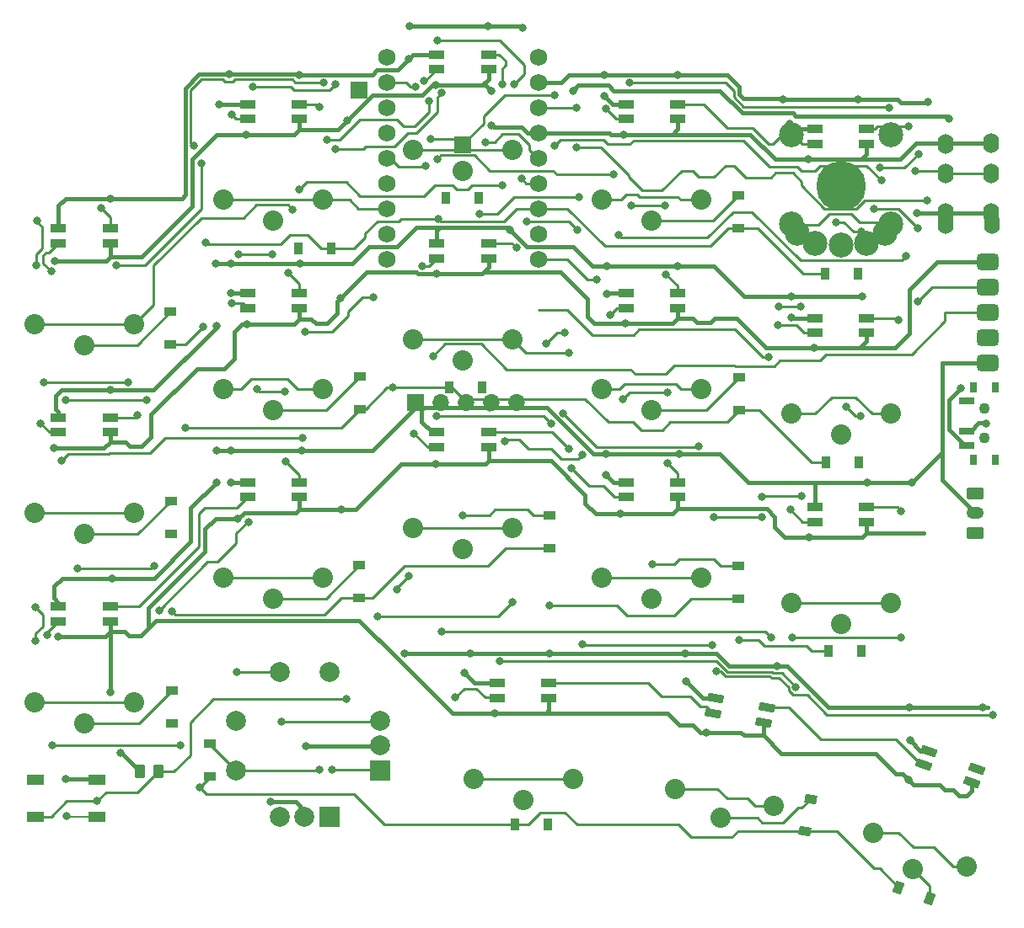
<source format=gbr>
%TF.GenerationSoftware,KiCad,Pcbnew,7.0.9*%
%TF.CreationDate,2023-12-02T05:10:55-05:00*%
%TF.ProjectId,bgkeeb,62676b65-6562-42e6-9b69-6361645f7063,rev?*%
%TF.SameCoordinates,Original*%
%TF.FileFunction,Copper,L2,Bot*%
%TF.FilePolarity,Positive*%
%FSLAX46Y46*%
G04 Gerber Fmt 4.6, Leading zero omitted, Abs format (unit mm)*
G04 Created by KiCad (PCBNEW 7.0.9) date 2023-12-02 05:10:55*
%MOMM*%
%LPD*%
G01*
G04 APERTURE LIST*
G04 Aperture macros list*
%AMRoundRect*
0 Rectangle with rounded corners*
0 $1 Rounding radius*
0 $2 $3 $4 $5 $6 $7 $8 $9 X,Y pos of 4 corners*
0 Add a 4 corners polygon primitive as box body*
4,1,4,$2,$3,$4,$5,$6,$7,$8,$9,$2,$3,0*
0 Add four circle primitives for the rounded corners*
1,1,$1+$1,$2,$3*
1,1,$1+$1,$4,$5*
1,1,$1+$1,$6,$7*
1,1,$1+$1,$8,$9*
0 Add four rect primitives between the rounded corners*
20,1,$1+$1,$2,$3,$4,$5,0*
20,1,$1+$1,$4,$5,$6,$7,0*
20,1,$1+$1,$6,$7,$8,$9,0*
20,1,$1+$1,$8,$9,$2,$3,0*%
%AMRotRect*
0 Rectangle, with rotation*
0 The origin of the aperture is its center*
0 $1 length*
0 $2 width*
0 $3 Rotation angle, in degrees counterclockwise*
0 Add horizontal line*
21,1,$1,$2,0,0,$3*%
G04 Aperture macros list end*
%TA.AperFunction,ComponentPad*%
%ADD10C,1.750000*%
%TD*%
%TA.AperFunction,ComponentPad*%
%ADD11O,1.700000X1.700000*%
%TD*%
%TA.AperFunction,ComponentPad*%
%ADD12R,1.700000X1.700000*%
%TD*%
%TA.AperFunction,SMDPad,CuDef*%
%ADD13RoundRect,0.082000X0.718000X-0.328000X0.718000X0.328000X-0.718000X0.328000X-0.718000X-0.328000X0*%
%TD*%
%TA.AperFunction,SMDPad,CuDef*%
%ADD14RoundRect,0.082000X0.650135X-0.447696X0.764049X0.198338X-0.650135X0.447696X-0.764049X-0.198338X0*%
%TD*%
%TA.AperFunction,ComponentPad*%
%ADD15C,2.032000*%
%TD*%
%TA.AperFunction,ComponentPad*%
%ADD16R,2.000000X2.000000*%
%TD*%
%TA.AperFunction,ComponentPad*%
%ADD17C,2.000000*%
%TD*%
%TA.AperFunction,ComponentPad*%
%ADD18O,1.600000X2.000000*%
%TD*%
%TA.AperFunction,SMDPad,CuDef*%
%ADD19RoundRect,0.082000X0.562517X-0.553790X0.786882X0.062649X-0.562517X0.553790X-0.786882X-0.062649X0*%
%TD*%
%TA.AperFunction,ComponentPad*%
%ADD20RoundRect,0.250000X-0.625000X0.350000X-0.625000X-0.350000X0.625000X-0.350000X0.625000X0.350000X0*%
%TD*%
%TA.AperFunction,ComponentPad*%
%ADD21O,1.750000X1.200000*%
%TD*%
%TA.AperFunction,ComponentPad*%
%ADD22C,2.500000*%
%TD*%
%TA.AperFunction,WasherPad*%
%ADD23C,5.000000*%
%TD*%
%TA.AperFunction,SMDPad,CuDef*%
%ADD24R,0.800000X1.000000*%
%TD*%
%TA.AperFunction,WasherPad*%
%ADD25C,1.100000*%
%TD*%
%TA.AperFunction,SMDPad,CuDef*%
%ADD26R,1.500000X0.700000*%
%TD*%
%TA.AperFunction,SMDPad,CuDef*%
%ADD27R,1.200000X0.900000*%
%TD*%
%TA.AperFunction,SMDPad,CuDef*%
%ADD28R,0.900000X1.200000*%
%TD*%
%TA.AperFunction,SMDPad,CuDef*%
%ADD29RotRect,0.900000X1.200000X80.000000*%
%TD*%
%TA.AperFunction,SMDPad,CuDef*%
%ADD30RotRect,0.900000X1.200000X340.000000*%
%TD*%
%TA.AperFunction,ComponentPad*%
%ADD31RoundRect,0.425000X0.675000X0.425000X-0.675000X0.425000X-0.675000X-0.425000X0.675000X-0.425000X0*%
%TD*%
%TA.AperFunction,ComponentPad*%
%ADD32RoundRect,0.425000X0.675000X-0.425000X0.675000X0.425000X-0.675000X0.425000X-0.675000X-0.425000X0*%
%TD*%
%TA.AperFunction,SMDPad,CuDef*%
%ADD33RoundRect,0.250000X-0.262500X-0.450000X0.262500X-0.450000X0.262500X0.450000X-0.262500X0.450000X0*%
%TD*%
%TA.AperFunction,SMDPad,CuDef*%
%ADD34R,1.800000X1.100000*%
%TD*%
%TA.AperFunction,ViaPad*%
%ADD35C,0.800000*%
%TD*%
%TA.AperFunction,Conductor*%
%ADD36C,0.254000*%
%TD*%
%TA.AperFunction,Conductor*%
%ADD37C,0.381000*%
%TD*%
%TA.AperFunction,Conductor*%
%ADD38C,0.200000*%
%TD*%
%TA.AperFunction,Conductor*%
%ADD39C,0.400000*%
%TD*%
G04 APERTURE END LIST*
D10*
%TO.P,U1,1,0*%
%TO.N,led*%
X91369593Y-34978404D03*
%TO.P,U1,2,1*%
%TO.N,col4*%
X91369593Y-37518404D03*
%TO.P,U1,3,2*%
%TO.N,row0*%
X91369593Y-40058404D03*
%TO.P,U1,4,3*%
%TO.N,row1*%
X91369593Y-42598404D03*
%TO.P,U1,5,4*%
%TO.N,row2*%
X91369593Y-45138404D03*
%TO.P,U1,6,5*%
%TO.N,row3*%
X91369593Y-47678404D03*
%TO.P,U1,7,6*%
%TO.N,data*%
X91369593Y-50218404D03*
%TO.P,U1,8,7*%
%TO.N,ENC1A*%
X91369593Y-52758404D03*
%TO.P,U1,9,8*%
%TO.N,ENC1B*%
X91369593Y-55298404D03*
%TO.P,U1,15,14*%
%TO.N,sda*%
X106609593Y-55298404D03*
%TO.P,U1,16,15*%
%TO.N,scl*%
X106609593Y-52758404D03*
%TO.P,U1,17,26*%
%TO.N,col3*%
X106609593Y-50218404D03*
%TO.P,U1,18,27*%
%TO.N,col2*%
X106609593Y-47678404D03*
%TO.P,U1,19,28*%
%TO.N,col1*%
X106609593Y-45138404D03*
%TO.P,U1,20,29*%
%TO.N,col0*%
X106609593Y-42598404D03*
%TO.P,U1,21,3V3*%
%TO.N,+3.3V*%
X106609593Y-40058404D03*
%TO.P,U1,22,GND*%
%TO.N,GND*%
X106609593Y-37518404D03*
%TO.P,U1,23,5V*%
%TO.N,+5V*%
X106609593Y-34978404D03*
%TD*%
D11*
%TO.P,J4,5,Pin_10*%
%TO.N,GPIO_X1*%
X104450593Y-69725604D03*
%TO.P,J4,4,Pin_11*%
%TO.N,SCK*%
X101910593Y-69725604D03*
%TO.P,J4,3,Pin_12*%
%TO.N,SPI TX*%
X99370593Y-69725604D03*
%TO.P,J4,2,Pin_13*%
%TO.N,SPI RX*%
X96830593Y-69725604D03*
D12*
%TO.P,J4,1,Pin_14*%
%TO.N,CS*%
X94290593Y-69725604D03*
%TD*%
%TO.P,J3,1,Pin_1*%
%TO.N,RESET*%
X88600993Y-38255004D03*
%TD*%
%TO.P,J2,1,Pin_1*%
%TO.N,Bat+ Pad*%
X99014993Y-43817604D03*
%TD*%
D13*
%TO.P,D47,1,VDD*%
%TO.N,+5V*%
X82597588Y-41196489D03*
%TO.P,D47,2,DOUT*%
%TO.N,Net-(D47-DOUT)*%
X82597588Y-39696489D03*
%TO.P,D47,3,VSS*%
%TO.N,GND*%
X77397588Y-39696489D03*
%TO.P,D47,4,DIN*%
%TO.N,Net-(D46-DOUT)*%
X77397588Y-41196489D03*
%TD*%
%TO.P,D48,1,VDD*%
%TO.N,+5V*%
X101597587Y-36196489D03*
%TO.P,D48,2,DOUT*%
%TO.N,Net-(D48-DOUT)*%
X101597587Y-34696489D03*
%TO.P,D48,3,VSS*%
%TO.N,GND*%
X96397587Y-34696489D03*
%TO.P,D48,4,DIN*%
%TO.N,Net-(D47-DOUT)*%
X96397587Y-36196489D03*
%TD*%
%TO.P,D54,1,VDD*%
%TO.N,+5V*%
X139597585Y-43696490D03*
%TO.P,D54,2,DOUT*%
%TO.N,Net-(D54-DOUT)*%
X139597585Y-42196490D03*
%TO.P,D54,3,VSS*%
%TO.N,GND*%
X134397585Y-42196490D03*
%TO.P,D54,4,DIN*%
%TO.N,Net-(D53-DOUT)*%
X134397585Y-43696490D03*
%TD*%
%TO.P,D55,1,VDD*%
%TO.N,+5V*%
X139597585Y-62696489D03*
%TO.P,D55,2,DOUT*%
%TO.N,Net-(D55-DOUT)*%
X139597585Y-61196489D03*
%TO.P,D55,3,VSS*%
%TO.N,GND*%
X134397585Y-61196489D03*
%TO.P,D55,4,DIN*%
%TO.N,Net-(D54-DOUT)*%
X134397585Y-62696489D03*
%TD*%
%TO.P,D42,1,VDD*%
%TO.N,+5V*%
X63597589Y-72696487D03*
%TO.P,D42,2,DOUT*%
%TO.N,Net-(D42-DOUT)*%
X63597589Y-71196487D03*
%TO.P,D42,3,VSS*%
%TO.N,GND*%
X58397589Y-71196487D03*
%TO.P,D42,4,DIN*%
%TO.N,Net-(D41-DOUT)*%
X58397589Y-72696487D03*
%TD*%
%TO.P,D46,1,VDD*%
%TO.N,+5V*%
X82597588Y-60196488D03*
%TO.P,D46,2,DOUT*%
%TO.N,Net-(D46-DOUT)*%
X82597588Y-58696488D03*
%TO.P,D46,3,VSS*%
%TO.N,GND*%
X77397588Y-58696488D03*
%TO.P,D46,4,DIN*%
%TO.N,Net-(D45-DOUT)*%
X77397588Y-60196488D03*
%TD*%
%TO.P,D49,1,VDD*%
%TO.N,+5V*%
X101597587Y-55196488D03*
%TO.P,D49,2,DOUT*%
%TO.N,Net-(D49-DOUT)*%
X101597587Y-53696488D03*
%TO.P,D49,3,VSS*%
%TO.N,GND*%
X96397587Y-53696488D03*
%TO.P,D49,4,DIN*%
%TO.N,Net-(D48-DOUT)*%
X96397587Y-55196488D03*
%TD*%
%TO.P,D53,1,VDD*%
%TO.N,+5V*%
X120597586Y-41196489D03*
%TO.P,D53,2,DOUT*%
%TO.N,Net-(D53-DOUT)*%
X120597586Y-39696489D03*
%TO.P,D53,3,VSS*%
%TO.N,GND*%
X115397586Y-39696489D03*
%TO.P,D53,4,DIN*%
%TO.N,Net-(D52-DOUT)*%
X115397586Y-41196489D03*
%TD*%
%TO.P,D56,1,VDD*%
%TO.N,+5V*%
X139597585Y-81696488D03*
%TO.P,D56,2,DOUT*%
%TO.N,Net-(D56-DOUT)*%
X139597585Y-80196488D03*
%TO.P,D56,3,VSS*%
%TO.N,GND*%
X134397585Y-80196488D03*
%TO.P,D56,4,DIN*%
%TO.N,Net-(D55-DOUT)*%
X134397585Y-81696488D03*
%TD*%
%TO.P,D43,1,VDD*%
%TO.N,+5V*%
X63597588Y-91696486D03*
%TO.P,D43,2,DOUT*%
%TO.N,Net-(D43-DOUT)*%
X63597588Y-90196486D03*
%TO.P,D43,3,VSS*%
%TO.N,GND*%
X58397588Y-90196486D03*
%TO.P,D43,4,DIN*%
%TO.N,Net-(D42-DOUT)*%
X58397588Y-91696486D03*
%TD*%
%TO.P,D50,1,VDD*%
%TO.N,+5V*%
X101597586Y-74196488D03*
%TO.P,D50,2,DOUT*%
%TO.N,Net-(D50-DOUT)*%
X101597586Y-72696488D03*
%TO.P,D50,3,VSS*%
%TO.N,GND*%
X96397586Y-72696488D03*
%TO.P,D50,4,DIN*%
%TO.N,Net-(D49-DOUT)*%
X96397586Y-74196488D03*
%TD*%
%TO.P,D57,1,VDD*%
%TO.N,+5V*%
X107678593Y-99384405D03*
%TO.P,D57,2,DOUT*%
%TO.N,Net-(D57-DOUT)*%
X107678593Y-97884405D03*
%TO.P,D57,3,VSS*%
%TO.N,GND*%
X102478593Y-97884405D03*
%TO.P,D57,4,DIN*%
%TO.N,Net-(D56-DOUT)*%
X102478593Y-99384405D03*
%TD*%
D14*
%TO.P,D59,1,VDD*%
%TO.N,+5V*%
X129276071Y-101828025D03*
%TO.P,D59,2,DOUT*%
%TO.N,Net-(D59-DOUT)*%
X129536543Y-100350813D03*
%TO.P,D59,3,VSS*%
%TO.N,GND*%
X124415543Y-99447843D03*
%TO.P,D59,4,DIN*%
%TO.N,Net-(D57-DOUT)*%
X124155070Y-100925054D03*
%TD*%
D15*
%TO.P,SW2,1,1*%
%TO.N,Net-(D10-A)*%
X79997588Y-51426488D03*
%TO.P,SW2,2,2*%
%TO.N,col1*%
X74997588Y-49326488D03*
X84997588Y-49326488D03*
%TD*%
%TO.P,SW3,1,1*%
%TO.N,Net-(D18-A)*%
X98997587Y-46426488D03*
%TO.P,SW3,2,2*%
%TO.N,col2*%
X93997587Y-44326488D03*
X103997587Y-44326488D03*
%TD*%
%TO.P,SW4,1,1*%
%TO.N,Net-(D27-A)*%
X117997586Y-51426488D03*
%TO.P,SW4,2,2*%
%TO.N,col3*%
X112997586Y-49326488D03*
X122997586Y-49326488D03*
%TD*%
%TO.P,SW5,1,1*%
%TO.N,Net-(D31-A)*%
X136997585Y-53926489D03*
%TO.P,SW5,2,2*%
%TO.N,col4*%
X131997585Y-51826489D03*
X141997585Y-51826489D03*
%TD*%
%TO.P,SW11,1,1*%
%TO.N,Net-(D11-A)*%
X60997589Y-82926486D03*
%TO.P,SW11,2,2*%
%TO.N,col0*%
X55997589Y-80826486D03*
X65997589Y-80826486D03*
%TD*%
%TO.P,SW12,1,1*%
%TO.N,Net-(D12-A)*%
X79997588Y-70426487D03*
%TO.P,SW12,2,2*%
%TO.N,col1*%
X74997588Y-68326487D03*
X84997588Y-68326487D03*
%TD*%
%TO.P,SW13,1,1*%
%TO.N,Net-(D13-A)*%
X98997587Y-65426487D03*
%TO.P,SW13,2,2*%
%TO.N,col2*%
X93997587Y-63326487D03*
X103997587Y-63326487D03*
%TD*%
%TO.P,SW14,1,1*%
%TO.N,Net-(D14-A)*%
X117997586Y-70426487D03*
%TO.P,SW14,2,2*%
%TO.N,col3*%
X112997586Y-68326487D03*
X122997586Y-68326487D03*
%TD*%
%TO.P,SW15,1,1*%
%TO.N,Net-(D15-A)*%
X136997585Y-72926488D03*
%TO.P,SW15,2,2*%
%TO.N,col4*%
X131997585Y-70826488D03*
X141997585Y-70826488D03*
%TD*%
%TO.P,SW21,1,1*%
%TO.N,Net-(D21-A)*%
X60997588Y-101926485D03*
%TO.P,SW21,2,2*%
%TO.N,col0*%
X55997588Y-99826485D03*
X65997588Y-99826485D03*
%TD*%
%TO.P,SW22,1,1*%
%TO.N,Net-(D17-A)*%
X79997587Y-89426486D03*
%TO.P,SW22,2,2*%
%TO.N,col1*%
X74997587Y-87326486D03*
X84997587Y-87326486D03*
%TD*%
%TO.P,SW23,1,1*%
%TO.N,Net-(D20-A)*%
X98997586Y-84426487D03*
%TO.P,SW23,2,2*%
%TO.N,col2*%
X93997586Y-82326487D03*
X103997586Y-82326487D03*
%TD*%
%TO.P,SW24,1,1*%
%TO.N,Net-(D24-A)*%
X117997586Y-89426487D03*
%TO.P,SW24,2,2*%
%TO.N,col3*%
X112997586Y-87326487D03*
X122997586Y-87326487D03*
%TD*%
%TO.P,SW25,1,1*%
%TO.N,Net-(D25-A)*%
X136997585Y-91926487D03*
%TO.P,SW25,2,2*%
%TO.N,col4*%
X131997585Y-89826487D03*
X141997585Y-89826487D03*
%TD*%
%TO.P,SW34,1,1*%
%TO.N,Net-(D30-A)*%
X124939150Y-111451122D03*
%TO.P,SW34,2,2*%
%TO.N,col3*%
X120379772Y-108514785D03*
X130227850Y-110251266D03*
%TD*%
%TO.P,SW35,1,1*%
%TO.N,Net-(D35-A)*%
X144230196Y-116620142D03*
%TO.P,SW35,2,2*%
%TO.N,col4*%
X140249975Y-112936687D03*
X149646902Y-116356889D03*
%TD*%
%TO.P,SW1,1,1*%
%TO.N,Net-(D1-A)*%
X60997589Y-63926487D03*
%TO.P,SW1,2,2*%
%TO.N,col0*%
X55997589Y-61826487D03*
X65997589Y-61826487D03*
%TD*%
D13*
%TO.P,D41,1,VDD*%
%TO.N,+5V*%
X63597589Y-53696488D03*
%TO.P,D41,2,DOUT*%
%TO.N,Net-(D41-DOUT)*%
X63597589Y-52196488D03*
%TO.P,D41,3,VSS*%
%TO.N,GND*%
X58397589Y-52196488D03*
%TO.P,D41,4,DIN*%
%TO.N,led*%
X58397589Y-53696488D03*
%TD*%
%TO.P,D45,1,VDD*%
%TO.N,+5V*%
X82597587Y-79196487D03*
%TO.P,D45,2,DOUT*%
%TO.N,Net-(D45-DOUT)*%
X82597587Y-77696487D03*
%TO.P,D45,3,VSS*%
%TO.N,GND*%
X77397587Y-77696487D03*
%TO.P,D45,4,DIN*%
%TO.N,Net-(D43-DOUT)*%
X77397587Y-79196487D03*
%TD*%
D16*
%TO.P,SW42,A,A*%
%TO.N,ENC1A*%
X90741593Y-106693404D03*
D17*
%TO.P,SW42,B,B*%
%TO.N,ENC1B*%
X90741593Y-101693404D03*
%TO.P,SW42,C,C*%
%TO.N,GND*%
X90741593Y-104193404D03*
%TO.P,SW42,S1,S1*%
%TO.N,col1*%
X76241593Y-101693404D03*
%TO.P,SW42,S2,S2*%
%TO.N,Net-(D37-A)*%
X76241593Y-106693404D03*
%TD*%
D13*
%TO.P,D51,1,VDD*%
%TO.N,+5V*%
X120597586Y-79196488D03*
%TO.P,D51,2,DOUT*%
%TO.N,Net-(D51-DOUT)*%
X120597586Y-77696488D03*
%TO.P,D51,3,VSS*%
%TO.N,GND*%
X115397586Y-77696488D03*
%TO.P,D51,4,DIN*%
%TO.N,Net-(D50-DOUT)*%
X115397586Y-79196488D03*
%TD*%
D15*
%TO.P,SW6,1,1*%
%TO.N,Net-(D26-A)*%
X105078593Y-109614404D03*
%TO.P,SW6,2,2*%
%TO.N,col2*%
X100078593Y-107514404D03*
X110078593Y-107514404D03*
%TD*%
D18*
%TO.P,U3,1,SLEEVE*%
%TO.N,GND*%
X147540393Y-51739404D03*
%TO.P,U3,2,TIP*%
X152140393Y-50639404D03*
%TO.P,U3,3,RING1*%
%TO.N,data*%
X152140393Y-46639404D03*
%TO.P,U3,4,RING2*%
%TO.N,Net-(JP1-C)*%
X152140393Y-43639404D03*
%TD*%
D13*
%TO.P,D52,1,VDD*%
%TO.N,+5V*%
X120597586Y-60196488D03*
%TO.P,D52,2,DOUT*%
%TO.N,Net-(D52-DOUT)*%
X120597586Y-58696488D03*
%TO.P,D52,3,VSS*%
%TO.N,GND*%
X115397586Y-58696488D03*
%TO.P,D52,4,DIN*%
%TO.N,Net-(D51-DOUT)*%
X115397586Y-60196488D03*
%TD*%
D19*
%TO.P,D60,1,VDD*%
%TO.N,+5V*%
X150172263Y-107896340D03*
%TO.P,D60,2,DOUT*%
%TO.N,unconnected-(D60-DOUT-Pad2)*%
X150685293Y-106486801D03*
%TO.P,D60,3,VSS*%
%TO.N,GND*%
X145798891Y-104708297D03*
%TO.P,D60,4,DIN*%
%TO.N,Net-(D59-DOUT)*%
X145285861Y-106117836D03*
%TD*%
D20*
%TO.P,BATJ1,1,Pin_1*%
%TO.N,BT+*%
X150486993Y-78800004D03*
X150486993Y-82800004D03*
D21*
%TO.P,BATJ1,2,Pin_2*%
%TO.N,GND*%
X150486993Y-80800004D03*
%TD*%
D22*
%TO.P,SW\u002A,*%
%TO.N,*%
X132009593Y-42801604D03*
D23*
X137009593Y-47951604D03*
D22*
X142009593Y-42801604D03*
%TO.P,SW\u002A,1*%
%TO.N,N/C*%
X134409593Y-53701604D03*
X137009593Y-53851604D03*
X139609593Y-53701604D03*
%TO.P,SW\u002A,2*%
X132009593Y-51751604D03*
X132609593Y-52651604D03*
X141409593Y-52651604D03*
X142009593Y-51751604D03*
%TD*%
D24*
%TO.P,SW_POWER1,*%
%TO.N,*%
X150305793Y-75431204D03*
X152515793Y-75431204D03*
D25*
X151415793Y-73281204D03*
X151415793Y-70281204D03*
D24*
X150305793Y-68131204D03*
X152515793Y-68131204D03*
D26*
%TO.P,SW_POWER1,1,A*%
%TO.N,unconnected-(SW_POWER1-A-Pad1)*%
X149655793Y-69531204D03*
%TO.P,SW_POWER1,2,B*%
%TO.N,BT+*%
X149655793Y-72531204D03*
%TO.P,SW_POWER1,3,C*%
%TO.N,Bat+ Pad*%
X149655793Y-74031204D03*
%TD*%
D27*
%TO.P,D1,1,K*%
%TO.N,row0*%
X69665293Y-63857204D03*
%TO.P,D1,2,A*%
%TO.N,Net-(D1-A)*%
X69665293Y-60557204D03*
%TD*%
D28*
%TO.P,D2,1,K*%
%TO.N,row0*%
X85818693Y-54168104D03*
%TO.P,D2,2,A*%
%TO.N,Net-(D10-A)*%
X82518693Y-54168104D03*
%TD*%
%TO.P,D3,1,K*%
%TO.N,row0*%
X97326893Y-49100804D03*
%TO.P,D3,2,A*%
%TO.N,Net-(D18-A)*%
X100626893Y-49100804D03*
%TD*%
D27*
%TO.P,D4,1,K*%
%TO.N,row0*%
X126726393Y-52160504D03*
%TO.P,D4,2,A*%
%TO.N,Net-(D27-A)*%
X126726393Y-48860504D03*
%TD*%
%TO.P,D11,1,K*%
%TO.N,row1*%
X69677993Y-82869104D03*
%TO.P,D11,2,A*%
%TO.N,Net-(D11-A)*%
X69677993Y-79569104D03*
%TD*%
%TO.P,D12,1,K*%
%TO.N,row1*%
X88677193Y-70359604D03*
%TO.P,D12,2,A*%
%TO.N,Net-(D12-A)*%
X88677193Y-67059604D03*
%TD*%
D28*
%TO.P,D13,1,K*%
%TO.N,row1*%
X97631693Y-68201604D03*
%TO.P,D13,2,A*%
%TO.N,Net-(D13-A)*%
X100931693Y-68201604D03*
%TD*%
D27*
%TO.P,D14,1,K*%
%TO.N,row1*%
X126802593Y-70448504D03*
%TO.P,D14,2,A*%
%TO.N,Net-(D14-A)*%
X126802593Y-67148504D03*
%TD*%
D28*
%TO.P,D15,1,K*%
%TO.N,row1*%
X135477693Y-75694604D03*
%TO.P,D15,2,A*%
%TO.N,Net-(D15-A)*%
X138777693Y-75694604D03*
%TD*%
D27*
%TO.P,D21,1,K*%
%TO.N,row2*%
X69779593Y-101919104D03*
%TO.P,D21,2,A*%
%TO.N,Net-(D21-A)*%
X69779593Y-98619104D03*
%TD*%
%TO.P,D22,1,K*%
%TO.N,row2*%
X88613693Y-89371504D03*
%TO.P,D22,2,A*%
%TO.N,Net-(D17-A)*%
X88613693Y-86071504D03*
%TD*%
%TO.P,D23,1,K*%
%TO.N,row2*%
X107752593Y-84367704D03*
%TO.P,D23,2,A*%
%TO.N,Net-(D20-A)*%
X107752593Y-81067704D03*
%TD*%
%TO.P,D24,1,K*%
%TO.N,row2*%
X126739093Y-89396904D03*
%TO.P,D24,2,A*%
%TO.N,Net-(D24-A)*%
X126739093Y-86096904D03*
%TD*%
D28*
%TO.P,D25,1,K*%
%TO.N,row2*%
X135757093Y-94693804D03*
%TO.P,D25,2,A*%
%TO.N,Net-(D25-A)*%
X139057093Y-94693804D03*
%TD*%
D29*
%TO.P,D34,1,K*%
%TO.N,row3*%
X133374074Y-112790637D03*
%TO.P,D34,2,A*%
%TO.N,Net-(D30-A)*%
X133947112Y-109540771D03*
%TD*%
D30*
%TO.P,D35,1,K*%
%TO.N,row3*%
X142778100Y-118424571D03*
%TO.P,D35,2,A*%
%TO.N,Net-(D35-A)*%
X145879086Y-119553237D03*
%TD*%
D31*
%TO.P,J1,1,Pin_1*%
%TO.N,+5V*%
X151745393Y-55577804D03*
D32*
%TO.P,J1,2,Pin_2*%
%TO.N,sda*%
X151745393Y-58117804D03*
%TO.P,J1,3,Pin_3*%
%TO.N,scl*%
X151745393Y-60657804D03*
%TO.P,J1,4,Pin_4*%
%TO.N,unconnected-(J1-Pin_4-Pad4)*%
X151745393Y-63197804D03*
%TO.P,J1,5,Pin_5*%
%TO.N,GND*%
X151745393Y-65737804D03*
%TD*%
D27*
%TO.P,D81,1,K*%
%TO.N,row3*%
X73589593Y-107291204D03*
%TO.P,D81,2,A*%
%TO.N,Net-(D37-A)*%
X73589593Y-103991204D03*
%TD*%
D28*
%TO.P,D6,1,K*%
%TO.N,row3*%
X104222993Y-112118204D03*
%TO.P,D6,2,A*%
%TO.N,Net-(D26-A)*%
X107522993Y-112118204D03*
%TD*%
D18*
%TO.P,U4,1,SLEEVE*%
%TO.N,GND*%
X152151793Y-51767804D03*
%TO.P,U4,2,TIP*%
X147551793Y-50667804D03*
%TO.P,U4,3,RING1*%
%TO.N,data*%
X147551793Y-46667804D03*
%TO.P,U4,4,RING2*%
%TO.N,Net-(JP1-C)*%
X147551793Y-43667804D03*
%TD*%
D16*
%TO.P,SW7,A,A*%
%TO.N,ENC1A*%
X85614593Y-111312404D03*
D17*
%TO.P,SW7,B,B*%
%TO.N,ENC1B*%
X80614593Y-111312404D03*
%TO.P,SW7,C,C*%
%TO.N,GND*%
X83114593Y-111312404D03*
%TO.P,SW7,S1,S1*%
%TO.N,col1*%
X80614593Y-96812404D03*
%TO.P,SW7,S2,S2*%
%TO.N,Net-(D37-A)*%
X85614593Y-96812404D03*
%TD*%
D28*
%TO.P,D5,1,K*%
%TO.N,row0*%
X135452293Y-56733504D03*
%TO.P,D5,2,A*%
%TO.N,Net-(D31-A)*%
X138752293Y-56733504D03*
%TD*%
D33*
%TO.P,R1,1*%
%TO.N,+5V*%
X66604593Y-106809604D03*
%TO.P,R1,2*%
%TO.N,RESET*%
X68429593Y-106809604D03*
%TD*%
D34*
%TO.P,SW8,1,1*%
%TO.N,GND*%
X62262393Y-107626604D03*
%TO.P,SW8,2,2*%
%TO.N,RESET*%
X56062393Y-111326604D03*
%TO.P,SW8,3*%
%TO.N,N/C*%
X62262393Y-111326604D03*
%TO.P,SW8,4*%
X56062393Y-107626604D03*
%TD*%
D35*
%TO.N,RESET*%
X87330993Y-99519804D03*
X90455193Y-91214004D03*
X104044193Y-89740804D03*
X109225793Y-62689804D03*
X107396993Y-63756604D03*
X62261193Y-109781404D03*
%TO.N,+5V*%
X64674193Y-104930004D03*
X63632793Y-98859404D03*
%TO.N,*%
X59187793Y-111305404D03*
%TO.N,GND*%
X79699807Y-109814904D03*
X59111593Y-107546204D03*
X144620693Y-50675604D03*
X113483393Y-58740104D03*
X63823293Y-87353204D03*
X74224593Y-55717504D03*
X113483393Y-56009604D03*
X139134293Y-59057604D03*
X143909493Y-100358004D03*
X121370093Y-94909704D03*
X144138093Y-77739304D03*
X131222193Y-39230304D03*
X75726293Y-77713904D03*
X120630393Y-56009604D03*
X74272293Y-62016704D03*
X74542093Y-39702804D03*
X107752593Y-94909704D03*
X130561793Y-96179704D03*
X83292393Y-104269604D03*
X93706393Y-31828804D03*
X74272293Y-74513504D03*
X99741993Y-94909704D03*
X139642293Y-77739304D03*
X113378693Y-74894504D03*
X82631993Y-55717504D03*
X82619293Y-36731004D03*
X93134893Y-94909704D03*
X63594693Y-68455604D03*
X113277093Y-36743704D03*
X120566893Y-36756404D03*
X138740593Y-39230304D03*
X113238993Y-38915404D03*
X145750993Y-39448804D03*
X113402593Y-76948404D03*
X82809793Y-74513504D03*
X120744693Y-74894504D03*
X75726293Y-55717504D03*
X63645476Y-49179894D03*
X132025393Y-59057604D03*
X131882593Y-41709404D03*
X151250093Y-100358004D03*
X103790193Y-52339304D03*
X101707393Y-70233604D03*
X75726293Y-58689304D03*
X75558093Y-36685956D03*
X105009393Y-31981204D03*
X75726293Y-74513504D03*
X93587593Y-35153404D03*
X121468593Y-97744404D03*
X132025393Y-61165804D03*
X99192593Y-96888404D03*
X143972993Y-103685404D03*
X101529593Y-31866904D03*
X74272293Y-77718704D03*
%TO.N,+5V*%
X57955893Y-74272204D03*
X115321793Y-61750004D03*
X101882593Y-38328404D03*
X134333693Y-64201104D03*
X123487893Y-102847204D03*
X96322593Y-75859704D03*
X86852087Y-80466110D03*
X86740443Y-59203654D03*
X77259893Y-42788904D03*
X87407193Y-41366504D03*
X96360693Y-56733504D03*
X102202693Y-100929504D03*
X58006693Y-55476204D03*
X133774893Y-83251104D03*
X96322593Y-37772404D03*
X58400393Y-93246004D03*
X133736793Y-45252704D03*
X101912593Y-41818404D03*
X77297993Y-61813504D03*
X115220193Y-42738104D03*
X143833293Y-107635104D03*
X114851893Y-80876204D03*
X76447093Y-81371504D03*
%TO.N,BT+*%
X151549593Y-71796404D03*
%TO.N,row0*%
X97326893Y-49100804D03*
X72912593Y-62068404D03*
X135452293Y-56733504D03*
X85818693Y-54168104D03*
X96522593Y-51198404D03*
X73232593Y-53638404D03*
X126726393Y-52160504D03*
X69665293Y-63870904D03*
%TO.N,Net-(D1-A)*%
X69665293Y-60557204D03*
%TO.N,Net-(D10-A)*%
X82518693Y-54168104D03*
%TO.N,row1*%
X135477693Y-75694604D03*
X71151193Y-72252904D03*
X88677193Y-70359604D03*
X69698193Y-82882804D03*
X126802593Y-70448504D03*
X91988793Y-68201604D03*
X97631693Y-68201604D03*
%TO.N,Net-(D18-A)*%
X100626893Y-49100804D03*
%TO.N,Net-(D27-A)*%
X126726393Y-48860504D03*
%TO.N,Net-(D31-A)*%
X138752293Y-56733504D03*
%TO.N,Net-(D26-A)*%
X107522993Y-112118204D03*
%TO.N,Net-(D11-A)*%
X69677993Y-79569104D03*
%TO.N,Net-(D21-A)*%
X69779593Y-98619104D03*
%TO.N,Net-(D12-A)*%
X88677193Y-67059604D03*
%TO.N,Net-(D13-A)*%
X100931693Y-68201604D03*
%TO.N,row2*%
X135757093Y-94693804D03*
X107752593Y-84367704D03*
X69772593Y-90708404D03*
X69779593Y-101919104D03*
X126739093Y-89396904D03*
X88613693Y-89371504D03*
X126762593Y-93538404D03*
X107692593Y-90118404D03*
%TO.N,Net-(D14-A)*%
X126802593Y-67148504D03*
%TO.N,Net-(D15-A)*%
X138777693Y-75694604D03*
%TO.N,Net-(D17-A)*%
X88613693Y-86071504D03*
%TO.N,Net-(D20-A)*%
X99032593Y-80998404D03*
X107752593Y-81067704D03*
%TO.N,Net-(D24-A)*%
X126739093Y-86096904D03*
X118042593Y-85968404D03*
%TO.N,Net-(D25-A)*%
X139057093Y-94693804D03*
%TO.N,row3*%
X104222993Y-112118204D03*
X90072593Y-59078404D03*
X82912593Y-73228404D03*
X58702593Y-75548404D03*
X57742593Y-104138404D03*
X72573593Y-108359004D03*
X133381193Y-112791304D03*
X142778100Y-118424571D03*
X56102593Y-93628404D03*
X70672593Y-104118404D03*
X56102593Y-90258404D03*
X83172593Y-62568404D03*
%TO.N,Net-(D30-A)*%
X133947112Y-109540771D03*
%TO.N,Net-(D35-A)*%
X145879086Y-119553237D03*
%TO.N,Net-(D37-A)*%
X84638593Y-106606404D03*
%TO.N,Net-(D38-DOUT)*%
X65410793Y-67665104D03*
X56914493Y-67655504D03*
%TO.N,led*%
X85044993Y-37521504D03*
X57662593Y-56498404D03*
X71976693Y-43906504D03*
X72725993Y-45633704D03*
X64178893Y-55908004D03*
%TO.N,Net-(D39-DIN)*%
X122738593Y-74104004D03*
X109105311Y-70773186D03*
X96424193Y-71024104D03*
X107930393Y-71846504D03*
%TO.N,Net-(D40-DOUT)*%
X59175093Y-69408104D03*
X67303093Y-69471604D03*
%TO.N,Net-(D41-DOUT)*%
X56241393Y-51399504D03*
X62680293Y-50154904D03*
X56152593Y-55888404D03*
X56622593Y-71828404D03*
%TO.N,Net-(D42-DOUT)*%
X66299793Y-70970204D03*
X57244693Y-93080904D03*
%TO.N,Net-(D45-DOUT)*%
X75782593Y-59738404D03*
X78352593Y-68368404D03*
X81252593Y-75608404D03*
X81142593Y-68588404D03*
%TO.N,Net-(D46-DOUT)*%
X75792593Y-40718404D03*
X79882593Y-54788404D03*
X76452593Y-54758404D03*
X81450893Y-56619204D03*
%TO.N,Net-(D47-DOUT)*%
X84638593Y-39956804D03*
X85375193Y-43296904D03*
X95152593Y-37328404D03*
X95636793Y-39410704D03*
%TO.N,Net-(D48-DOUT)*%
X102952895Y-37717149D03*
X94950993Y-55943004D03*
%TO.N,Net-(D49-DOUT)*%
X94142593Y-72788404D03*
X104392593Y-54128404D03*
%TO.N,Net-(D50-DOUT)*%
X109924293Y-76291504D03*
X109657593Y-74348404D03*
%TO.N,Net-(D51-DOUT)*%
X119601693Y-75796204D03*
X119562593Y-68668404D03*
X113792593Y-60908404D03*
X115092593Y-69328404D03*
%TO.N,Net-(D52-DOUT)*%
X113392593Y-40158404D03*
X119352593Y-49898404D03*
X115972593Y-49888404D03*
X119436593Y-56800104D03*
%TO.N,Net-(D54-DOUT)*%
X143802593Y-41948404D03*
X130712593Y-61918404D03*
X132972593Y-60018404D03*
X140932593Y-46088404D03*
X130782593Y-60018404D03*
X144782593Y-44718404D03*
%TO.N,Net-(D55-DOUT)*%
X142792593Y-61358404D03*
X131920693Y-80446504D03*
%TO.N,Net-(D56-DOUT)*%
X129990293Y-93334904D03*
X96881393Y-92725304D03*
X132129960Y-93278037D03*
X143071293Y-80584104D03*
X143045893Y-93284104D03*
X98278393Y-99367404D03*
%TO.N,Net-(D58-DOUT)*%
X67988893Y-86108604D03*
X77501193Y-81676304D03*
X60330793Y-86413404D03*
X68509593Y-90604404D03*
%TO.N,Net-(D61-DOUT)*%
X141839393Y-40071704D03*
X115766293Y-37534204D03*
%TO.N,Net-(D62-DOUT)*%
X139082593Y-52538404D03*
X136531076Y-51552187D03*
%TO.N,Net-(D64-DOUT)*%
X138982593Y-71048404D03*
X137542593Y-70088404D03*
%TO.N,Net-(D66-DOUT)*%
X129063193Y-81231804D03*
X124224493Y-81231804D03*
X124033993Y-94084204D03*
X129052593Y-79158404D03*
X133082593Y-79068404D03*
X111041893Y-94033404D03*
%TO.N,Net-(D67-DOUT)*%
X86213393Y-44185904D03*
X86213393Y-37683504D03*
X77932993Y-37930466D03*
X96933102Y-38564415D03*
%TO.N,Net-(D68-DOUT)*%
X132492193Y-98313304D03*
X102748793Y-95700204D03*
%TO.N,Net-(D69-DOUT)*%
X104142593Y-37688404D03*
X96482593Y-33318404D03*
%TO.N,Net-(D70-DOUT)*%
X100665993Y-50713704D03*
X103232593Y-73608404D03*
X111054425Y-74958172D03*
X110679292Y-49015103D03*
%TO.N,RESET*%
X110412593Y-40078404D03*
X145702593Y-49408404D03*
X110470393Y-44058904D03*
%TO.N,col0*%
X102962593Y-47838404D03*
X81912593Y-50278404D03*
X101322593Y-43498404D03*
X82592593Y-48308404D03*
%TO.N,col1*%
X76352593Y-96798404D03*
%TO.N,col2*%
X109662593Y-64688404D03*
X105462593Y-51478404D03*
X104912593Y-47198404D03*
X110522593Y-52378404D03*
%TO.N,col3*%
X112442593Y-57298404D03*
%TO.N,col4*%
X129782593Y-65148404D03*
%TO.N,sda*%
X95792593Y-43228404D03*
X108272593Y-38798404D03*
X108272593Y-43828404D03*
X144752593Y-52138404D03*
X95312593Y-45928404D03*
X144734993Y-59565604D03*
X140362593Y-50208404D03*
X141092593Y-47378404D03*
%TO.N,scl*%
X96042593Y-65028404D03*
%TO.N,Net-(D71-DOUT)*%
X124525592Y-96729506D03*
X152266093Y-101120004D03*
%TO.N,ENC1B*%
X80828593Y-101780404D03*
X93579393Y-87162704D03*
X92410993Y-88496204D03*
%TO.N,ENC1A*%
X85908593Y-106606404D03*
%TO.N,data*%
X94302593Y-37948404D03*
X96462593Y-45188404D03*
X143515793Y-54993604D03*
X114692593Y-52868404D03*
X114132593Y-46768404D03*
X144493693Y-46433804D03*
%TO.N,*%
X149060393Y-68240404D03*
X147833793Y-41125204D03*
X110063993Y-38356604D03*
%TD*%
D36*
%TO.N,RESET*%
X66372193Y-108867004D02*
X68429593Y-106809604D01*
X63175593Y-108867004D02*
X66372193Y-108867004D01*
X62261193Y-109781404D02*
X63175593Y-108867004D01*
%TO.N,row3*%
X88122593Y-109088404D02*
X91152393Y-112118204D01*
X73302993Y-109088404D02*
X88122593Y-109088404D01*
X72573593Y-108359004D02*
X73302993Y-109088404D01*
X91152393Y-112118204D02*
X104222993Y-112118204D01*
X72573593Y-108359004D02*
X73589593Y-107343004D01*
X73589593Y-107343004D02*
X73589593Y-107291204D01*
%TO.N,Net-(D37-A)*%
X73589593Y-104041404D02*
X73589593Y-103991204D01*
X76241593Y-106693404D02*
X73589593Y-104041404D01*
%TO.N,RESET*%
X70008193Y-106809604D02*
X68429593Y-106809604D01*
X71633793Y-105184004D02*
X70008193Y-106809604D01*
X87330993Y-99519804D02*
X73945193Y-99519804D01*
X73945193Y-99519804D02*
X71633793Y-101831204D01*
X71633793Y-101831204D02*
X71633793Y-105184004D01*
X102570993Y-91214004D02*
X90455193Y-91214004D01*
X104044193Y-89740804D02*
X102570993Y-91214004D01*
X108463793Y-62689804D02*
X107396993Y-63756604D01*
X109225793Y-62689804D02*
X108463793Y-62689804D01*
X59213193Y-109781404D02*
X62261193Y-109781404D01*
X57667993Y-111326604D02*
X59213193Y-109781404D01*
X56062393Y-111326604D02*
X57667993Y-111326604D01*
D37*
%TO.N,+5V*%
X64724993Y-104930004D02*
X66604593Y-106809604D01*
X64674193Y-104930004D02*
X64724993Y-104930004D01*
X63632793Y-92783014D02*
X63632793Y-98859404D01*
X63597588Y-92747809D02*
X63632793Y-92783014D01*
D38*
%TO.N,*%
X62262393Y-111326604D02*
X62392393Y-111326604D01*
X59187793Y-111305404D02*
X59208993Y-111326604D01*
X59208993Y-111326604D02*
X62262393Y-111326604D01*
D37*
%TO.N,GND*%
X82208293Y-109814904D02*
X83114593Y-110721204D01*
X83114593Y-110721204D02*
X83114593Y-111312404D01*
X79699807Y-109814904D02*
X82208293Y-109814904D01*
X59111593Y-107546204D02*
X62181993Y-107546204D01*
X62181993Y-107546204D02*
X62262393Y-107626604D01*
X96397586Y-72696488D02*
X95930677Y-72696488D01*
X110063993Y-54028404D02*
X112045193Y-56009604D01*
X82574245Y-36685956D02*
X82619293Y-36731004D01*
X125608793Y-36756404D02*
X120566893Y-36756404D01*
X89607492Y-54025205D02*
X92414192Y-54025205D01*
X93706393Y-31828804D02*
X101491493Y-31828804D01*
X94902593Y-71668404D02*
X94902593Y-70488804D01*
X71702593Y-83690304D02*
X71702593Y-80288404D01*
X94354093Y-52085304D02*
X96754393Y-52085304D01*
X63594693Y-68455604D02*
X67950793Y-68455604D01*
X74272293Y-74513504D02*
X82809793Y-74513504D01*
X94902593Y-70488804D02*
X95157793Y-70233604D01*
X105476094Y-54025205D02*
X107616092Y-54025205D01*
X126789893Y-38686804D02*
X126789893Y-37937504D01*
X107447793Y-70233604D02*
X112108693Y-74894504D01*
X147540393Y-51536204D02*
X147743593Y-51739404D01*
X96397587Y-52442110D02*
X96754393Y-52085304D01*
X144620693Y-50675604D02*
X147543993Y-50675604D01*
X58397589Y-71196487D02*
X58397589Y-70649900D01*
X134397585Y-77879396D02*
X134244793Y-77726604D01*
X131257693Y-39194804D02*
X138705093Y-39194804D01*
X131085093Y-39093204D02*
X127196293Y-39093204D01*
X107616092Y-54025205D02*
X107619291Y-54028404D01*
X58397589Y-52196488D02*
X58397589Y-49865608D01*
X124211793Y-56009604D02*
X120630393Y-56009604D01*
X82631993Y-55717504D02*
X87915193Y-55717504D01*
X143030929Y-39525004D02*
X145674793Y-39525004D01*
X77397588Y-58696488D02*
X75733477Y-58696488D01*
X127259793Y-59057604D02*
X124211793Y-56009604D01*
X90413894Y-36251603D02*
X92489394Y-36251603D01*
X131222193Y-39230304D02*
X131085093Y-39093204D01*
X94239793Y-70233604D02*
X95157793Y-70233604D01*
X139134293Y-59057604D02*
X127259793Y-59057604D01*
X126789893Y-37937504D02*
X125608793Y-36756404D01*
X112045193Y-56009604D02*
X120630393Y-56009604D01*
X75733477Y-58696488D02*
X75726293Y-58689304D01*
X147551793Y-50667804D02*
X147580193Y-50639404D01*
X96754393Y-52085304D02*
X103536193Y-52085304D01*
X58768693Y-87353204D02*
X63823293Y-87353204D01*
X101529593Y-31866904D02*
X104895093Y-31866904D01*
X103536193Y-52085304D02*
X103790193Y-52339304D01*
X145798891Y-104708297D02*
X144995886Y-104708297D01*
X152343593Y-50842604D02*
X152343593Y-51739404D01*
X74542093Y-39702804D02*
X77391273Y-39702804D01*
X82619293Y-36731004D02*
X89934493Y-36731004D01*
X58146393Y-69039804D02*
X58730593Y-68455604D01*
X59098893Y-49164304D02*
X70782893Y-49164304D01*
X113267529Y-38915404D02*
X114048614Y-39696489D01*
X95930677Y-72696488D02*
X94902593Y-71668404D01*
X58397588Y-90196486D02*
X58397588Y-89814199D01*
X151745393Y-65737804D02*
X147147993Y-65737804D01*
X102478593Y-97884405D02*
X100188594Y-97884405D01*
X77391273Y-39702804D02*
X77397588Y-39696489D01*
X70782893Y-49164304D02*
X71138493Y-48808704D01*
X147543993Y-50675604D02*
X147551793Y-50667804D01*
X107619291Y-54028404D02*
X110063993Y-54028404D01*
X74224593Y-55717504D02*
X82631993Y-55717504D01*
X93587593Y-35153404D02*
X94044508Y-34696489D01*
X96397587Y-53696488D02*
X96397587Y-52442110D01*
X142736229Y-39230304D02*
X143030929Y-39525004D01*
X87915193Y-55717504D02*
X89607492Y-54025205D01*
X58397589Y-70649900D02*
X58146393Y-70398704D01*
X132056078Y-61196489D02*
X132025393Y-61165804D01*
X101491493Y-31828804D02*
X101529593Y-31866904D01*
X71138493Y-48808704D02*
X71138493Y-38089904D01*
X114048614Y-39696489D02*
X115397586Y-39696489D01*
X139642293Y-77739304D02*
X144138093Y-77739304D01*
X94044508Y-34696489D02*
X96397587Y-34696489D01*
X67950793Y-68455604D02*
X74272293Y-62134104D01*
X82809793Y-74513504D02*
X89959893Y-74513504D01*
X147540393Y-50679204D02*
X147540393Y-51536204D01*
X147147993Y-65737804D02*
X147147993Y-74729404D01*
X113277093Y-36743704D02*
X120554193Y-36743704D01*
X93134893Y-94909704D02*
X107752593Y-94909704D01*
X135794193Y-100358004D02*
X143909493Y-100358004D01*
X58146393Y-70398704D02*
X58146393Y-69039804D01*
X58397588Y-89814199D02*
X57930493Y-89347104D01*
X58397589Y-49865608D02*
X59098893Y-49164304D01*
X100188594Y-97884405D02*
X99192593Y-96888404D01*
X134244793Y-77726604D02*
X139629593Y-77726604D01*
X92489394Y-36251603D02*
X93587593Y-35153404D01*
X147147993Y-77461004D02*
X150486993Y-80800004D01*
X127196293Y-39093204D02*
X126789893Y-38686804D01*
X115397586Y-58696488D02*
X113527009Y-58696488D01*
X57930493Y-88191404D02*
X58768693Y-87353204D01*
X89959893Y-74513504D02*
X94239793Y-70233604D01*
X138740593Y-39230304D02*
X142736229Y-39230304D01*
X58730593Y-68455604D02*
X63594693Y-68455604D01*
X120744693Y-74894504D02*
X124846793Y-74894504D01*
X147147993Y-74729404D02*
X147147993Y-77461004D01*
X130561793Y-96179704D02*
X131615893Y-96179704D01*
X139629593Y-77726604D02*
X139642293Y-77739304D01*
X124846793Y-74894504D02*
X127678893Y-77726604D01*
X57930493Y-89347104D02*
X57930493Y-88191404D01*
X115397586Y-77696488D02*
X114150677Y-77696488D01*
X83292393Y-104269604D02*
X90665393Y-104269604D01*
X107752593Y-94909704D02*
X124465793Y-94909704D01*
X147551793Y-50667804D02*
X147540393Y-50679204D01*
X131882593Y-41709404D02*
X132369679Y-42196490D01*
X131222193Y-39230304D02*
X131257693Y-39194804D01*
X90665393Y-104269604D02*
X90741593Y-104193404D01*
X101707393Y-70233604D02*
X107447793Y-70233604D01*
X89934493Y-36731004D02*
X90413894Y-36251603D01*
X71138493Y-38089904D02*
X72542441Y-36685956D01*
X134397585Y-80196488D02*
X134397585Y-77879396D01*
X75743710Y-77696487D02*
X75726293Y-77713904D01*
X147580193Y-50639404D02*
X152140393Y-50639404D01*
X127678893Y-77726604D02*
X134244793Y-77726604D01*
X68039693Y-87353204D02*
X71702593Y-83690304D01*
X138705093Y-39194804D02*
X138740593Y-39230304D01*
X125735793Y-96179704D02*
X130561793Y-96179704D01*
X95157793Y-70233604D02*
X101707393Y-70233604D01*
X114150677Y-77696488D02*
X113402593Y-76948404D01*
X113238993Y-38915404D02*
X113267529Y-38915404D01*
X77397587Y-77696487D02*
X75743710Y-77696487D01*
X143909493Y-100358004D02*
X151250093Y-100358004D01*
X152140393Y-50639404D02*
X152343593Y-50842604D01*
X103790193Y-52339304D02*
X105476094Y-54025205D01*
X63823293Y-87353204D02*
X68039693Y-87353204D01*
X108895593Y-37518404D02*
X109670293Y-36743704D01*
X124465793Y-94909704D02*
X125735793Y-96179704D01*
X113378693Y-74894504D02*
X120744693Y-74894504D01*
X104895093Y-31866904D02*
X105009393Y-31981204D01*
X123172032Y-99447843D02*
X121468593Y-97744404D01*
X134397585Y-61196489D02*
X132056078Y-61196489D01*
X131615893Y-96179704D02*
X135794193Y-100358004D01*
X92414192Y-54025205D02*
X94354093Y-52085304D01*
X75558093Y-36685956D02*
X82574245Y-36685956D01*
X112108693Y-74894504D02*
X113378693Y-74894504D01*
X120554193Y-36743704D02*
X120566893Y-36756404D01*
X113527009Y-58696488D02*
X113483393Y-58740104D01*
X144995886Y-104708297D02*
X143972993Y-103685404D01*
X151250093Y-100358004D02*
X151758093Y-100358004D01*
X145674793Y-39525004D02*
X145750993Y-39448804D01*
X132369679Y-42196490D02*
X134397585Y-42196490D01*
X147147993Y-74729404D02*
X144138093Y-77739304D01*
X106609593Y-37518404D02*
X108895593Y-37518404D01*
X124415543Y-99447843D02*
X123172032Y-99447843D01*
X71702593Y-80288404D02*
X74272293Y-77718704D01*
X109670293Y-36743704D02*
X113277093Y-36743704D01*
X72542441Y-36685956D02*
X75558093Y-36685956D01*
X74272293Y-62134104D02*
X74272293Y-62016704D01*
%TO.N,+5V*%
X86740443Y-59203654D02*
X89372494Y-56571603D01*
X138880293Y-64201104D02*
X142436293Y-64201104D01*
X107678593Y-99384405D02*
X107678593Y-100622504D01*
X94519193Y-56733504D02*
X96360693Y-56733504D01*
X105522593Y-42598404D02*
X104942593Y-42018404D01*
X58006693Y-55476204D02*
X59238593Y-55476204D01*
X107862400Y-75563111D02*
X111292593Y-78993304D01*
X66706593Y-93128404D02*
X67474593Y-92360404D01*
X97984751Y-100929504D02*
X102202693Y-100929504D01*
X122118343Y-102112654D02*
X122852893Y-102847204D01*
X130332593Y-82248404D02*
X131335293Y-83251104D01*
X92587251Y-95532004D02*
X97984751Y-100929504D01*
X104942593Y-42018404D02*
X102112593Y-42018404D01*
X113734293Y-42598404D02*
X113873993Y-42738104D01*
X129553200Y-80388311D02*
X130332593Y-81167704D01*
X122532593Y-61668404D02*
X123869207Y-61668404D01*
X107678593Y-100622504D02*
X107371593Y-100929504D01*
X111292593Y-79818404D02*
X112350393Y-80876204D01*
X77259893Y-42788904D02*
X82073193Y-42788904D01*
X96360693Y-56733504D02*
X100958093Y-56733504D01*
X147743593Y-43639404D02*
X152343593Y-43639404D01*
X76032593Y-62570904D02*
X76789993Y-61813504D01*
X129228293Y-103164704D02*
X131031693Y-104968104D01*
X143896793Y-58352804D02*
X146671793Y-55577804D01*
X143209593Y-107011404D02*
X143833293Y-107635104D01*
X112244193Y-61750004D02*
X111528693Y-61034504D01*
X85382593Y-61758404D02*
X86412593Y-60728404D01*
X120058893Y-42738104D02*
X120597586Y-42199411D01*
X67474593Y-90344004D02*
X73142593Y-84676004D01*
X71875093Y-45240004D02*
X74326193Y-42788904D01*
X86509188Y-42264509D02*
X87407193Y-41366504D01*
X120597586Y-42199411D02*
X120597586Y-41196489D01*
X120597586Y-80388311D02*
X120597586Y-79196488D01*
X100958093Y-56733504D02*
X101597587Y-56094010D01*
X66771389Y-55079608D02*
X71875093Y-49975904D01*
X67474593Y-92360404D02*
X67474593Y-90344004D01*
X107631991Y-56568404D02*
X107628792Y-56565205D01*
X92287192Y-56571603D02*
X92290391Y-56568404D01*
X129276071Y-101828025D02*
X129276071Y-103116926D01*
X148316393Y-108663804D02*
X148900593Y-109248004D01*
X134333693Y-64201104D02*
X138880293Y-64201104D01*
X59263993Y-55450804D02*
X63226393Y-55450804D01*
X120784643Y-102112654D02*
X119601493Y-100929504D01*
X122100900Y-61236711D02*
X122532593Y-61668404D01*
X65451383Y-93128404D02*
X66706593Y-93128404D01*
X129276071Y-103116926D02*
X129228293Y-103164704D01*
X139121593Y-83251104D02*
X139597585Y-82775112D01*
X108844793Y-56568404D02*
X107631991Y-56568404D01*
X65070788Y-92747809D02*
X65451383Y-93128404D01*
X127259793Y-103164704D02*
X129228293Y-103164704D01*
X120597586Y-61236711D02*
X122100900Y-61236711D01*
X63597588Y-92747809D02*
X63597588Y-91696486D01*
X74326193Y-42788904D02*
X77259893Y-42788904D01*
X76032593Y-65298404D02*
X76032593Y-62570904D01*
X89372494Y-56571603D02*
X92287192Y-56571603D01*
X82073193Y-61813504D02*
X82597588Y-61289109D01*
X101597586Y-75563111D02*
X107862400Y-75563111D01*
X111528693Y-61034504D02*
X111528693Y-59252304D01*
X63099393Y-93246004D02*
X63597588Y-92747809D01*
X127869393Y-42738104D02*
X130383993Y-45252704D01*
X139597585Y-44713212D02*
X139597585Y-43696490D01*
X106609593Y-42598404D02*
X113734293Y-42598404D01*
X139058093Y-45252704D02*
X142982393Y-45252704D01*
X107371593Y-100929504D02*
X119601493Y-100929504D01*
X76789993Y-61813504D02*
X77297993Y-61813504D01*
X77043993Y-80774604D02*
X82289093Y-80774604D01*
X91977658Y-38785205D02*
X91980857Y-38788404D01*
X126942293Y-102847204D02*
X127259793Y-103164704D01*
X82597588Y-61289109D02*
X83813298Y-61289109D01*
X67718843Y-70884654D02*
X72315093Y-66288404D01*
X82289093Y-80774604D02*
X82597587Y-80466110D01*
X88249087Y-80466110D02*
X92855493Y-75859704D01*
X84282593Y-61758404D02*
X85382593Y-61758404D01*
X140512293Y-104968104D02*
X142555593Y-107011404D01*
X123869207Y-61668404D02*
X124300900Y-61236711D01*
X96322593Y-75859704D02*
X101300993Y-75859704D01*
X83813298Y-61289109D02*
X84282593Y-61758404D01*
X75042593Y-66288404D02*
X76032593Y-65298404D01*
X74199493Y-81371504D02*
X76447093Y-81371504D01*
X67718843Y-73162154D02*
X67718843Y-70884654D01*
X143896793Y-62740604D02*
X143896793Y-58352804D01*
X82597588Y-42264509D02*
X86509188Y-42264509D01*
X142982393Y-45252704D02*
X144595693Y-43639404D01*
X101300993Y-75859704D02*
X101597586Y-75563111D01*
X131031693Y-104968104D02*
X140512293Y-104968104D01*
X139597585Y-82775112D02*
X139597585Y-81696488D01*
X66792593Y-74088404D02*
X67718843Y-73162154D01*
X100970793Y-37772404D02*
X101326593Y-37772404D01*
X133736793Y-45252704D02*
X139058093Y-45252704D01*
X101597586Y-75563111D02*
X101597586Y-74196488D01*
X144595693Y-43639404D02*
X147743593Y-43639404D01*
X65148497Y-73634308D02*
X65602593Y-74088404D01*
X82597587Y-80466110D02*
X86852087Y-80466110D01*
X94354093Y-56568404D02*
X94519193Y-56733504D01*
X102202693Y-100929504D02*
X107371593Y-100929504D01*
X120084293Y-61750004D02*
X120597586Y-61236711D01*
X115321793Y-61750004D02*
X120084293Y-61750004D01*
X139597585Y-63483812D02*
X139597585Y-62696489D01*
X144341293Y-108143104D02*
X146957493Y-108143104D01*
X82597588Y-42264509D02*
X82597588Y-41196489D01*
X112350393Y-80876204D02*
X114851893Y-80876204D01*
X100970793Y-37772404D02*
X101597587Y-37145610D01*
X94925593Y-38788404D02*
X95941593Y-37772404D01*
X131335293Y-83251104D02*
X133774893Y-83251104D01*
X146957493Y-108143104D02*
X147478193Y-108663804D01*
X138880293Y-64201104D02*
X139597585Y-63483812D01*
X92290391Y-56568404D02*
X94354093Y-56568404D01*
X120597586Y-61236711D02*
X120597586Y-60196488D01*
X111528693Y-59252304D02*
X108844793Y-56568404D01*
X89988492Y-38785205D02*
X91977658Y-38785205D01*
X87407193Y-41366504D02*
X89988492Y-38785205D01*
X86412593Y-60728404D02*
X86412593Y-59531504D01*
X63226393Y-55450804D02*
X63597589Y-55079608D01*
X73142593Y-82428404D02*
X74199493Y-81371504D01*
X142555593Y-107011404D02*
X143209593Y-107011404D01*
X63597589Y-55079608D02*
X66771389Y-55079608D01*
X123487893Y-102847204D02*
X126942293Y-102847204D01*
X122118343Y-102112654D02*
X120784643Y-102112654D01*
X115220193Y-42738104D02*
X120058893Y-42738104D01*
X58400393Y-93246004D02*
X63099393Y-93246004D01*
X101597587Y-37145610D02*
X101597587Y-36196489D01*
X114851893Y-80876204D02*
X120109693Y-80876204D01*
X72315093Y-66288404D02*
X75042593Y-66288404D01*
X86852087Y-80466110D02*
X88249087Y-80466110D01*
X122852893Y-102847204D02*
X123487893Y-102847204D01*
X71875093Y-49975904D02*
X71875093Y-45240004D01*
X57955893Y-74272204D02*
X62959693Y-74272204D01*
X150172263Y-108738334D02*
X150172263Y-107896340D01*
X82597587Y-80466110D02*
X82597587Y-79196487D01*
X92855493Y-75859704D02*
X96322593Y-75859704D01*
X63597589Y-73634308D02*
X63597589Y-72696487D01*
X63597589Y-55079608D02*
X63597589Y-53696488D01*
X143833293Y-107635104D02*
X144341293Y-108143104D01*
X59238593Y-55476204D02*
X59263993Y-55450804D01*
X95941593Y-37772404D02*
X96322593Y-37772404D01*
X68214593Y-91620404D02*
X88639093Y-91620404D01*
X101126392Y-56565205D02*
X100958093Y-56733504D01*
X76447093Y-81371504D02*
X77043993Y-80774604D01*
X107628792Y-56565205D02*
X101126392Y-56565205D01*
X63597588Y-92747809D02*
X65070788Y-92747809D01*
X82073193Y-42788904D02*
X82597588Y-42264509D01*
X130332593Y-81167704D02*
X130332593Y-82248404D01*
X91980857Y-38788404D02*
X94925593Y-38788404D01*
X102112593Y-42018404D02*
X101912593Y-41818404D01*
X106609593Y-42598404D02*
X105522593Y-42598404D01*
X65602593Y-74088404D02*
X66792593Y-74088404D01*
X148900593Y-109248004D02*
X149662593Y-109248004D01*
X67474593Y-92360404D02*
X68214593Y-91620404D01*
X124300900Y-61236711D02*
X126530600Y-61236711D01*
X146671793Y-55577804D02*
X151745393Y-55577804D01*
X130383993Y-45252704D02*
X133736793Y-45252704D01*
X149662593Y-109248004D02*
X150172263Y-108738334D01*
X101326593Y-37772404D02*
X101882593Y-38328404D01*
X113873993Y-42738104D02*
X115220193Y-42738104D01*
X129494993Y-64201104D02*
X134333693Y-64201104D01*
X82597588Y-61289109D02*
X82597588Y-60196488D01*
X139058093Y-45252704D02*
X139597585Y-44713212D01*
X126530600Y-61236711D02*
X129494993Y-64201104D01*
X120597586Y-80388311D02*
X129553200Y-80388311D01*
X115321793Y-61750004D02*
X112244193Y-61750004D01*
X86412593Y-59531504D02*
X86740443Y-59203654D01*
X139597585Y-82775112D02*
X145365801Y-82775112D01*
X120109693Y-80876204D02*
X120597586Y-80388311D01*
X142436293Y-64201104D02*
X143896793Y-62740604D01*
X62959693Y-74272204D02*
X63597589Y-73634308D01*
X73142593Y-84676004D02*
X73142593Y-82428404D01*
X92550693Y-95532004D02*
X92587251Y-95532004D01*
X120058893Y-42738104D02*
X127869393Y-42738104D01*
X63597589Y-73634308D02*
X65148497Y-73634308D01*
X101597587Y-56094010D02*
X101597587Y-55196488D01*
X77297993Y-61813504D02*
X82073193Y-61813504D01*
X133774893Y-83251104D02*
X139121593Y-83251104D01*
X96322593Y-37772404D02*
X100970793Y-37772404D01*
X88639093Y-91620404D02*
X92550693Y-95532004D01*
X111292593Y-78993304D02*
X111292593Y-79818404D01*
X147478193Y-108663804D02*
X148316393Y-108663804D01*
D39*
%TO.N,BT+*%
X150057393Y-72531204D02*
X150856393Y-71732204D01*
X151485393Y-71732204D02*
X151549593Y-71796404D01*
X150856393Y-71732204D02*
X151485393Y-71732204D01*
X149655793Y-72531204D02*
X150057393Y-72531204D01*
D36*
%TO.N,row0*%
X113282593Y-53948404D02*
X109552593Y-50218404D01*
X73392593Y-53798404D02*
X80732593Y-53798404D01*
X73392593Y-53798404D02*
X73232593Y-53638404D01*
X83472593Y-52868404D02*
X84772293Y-54168104D01*
X72912593Y-62068404D02*
X71123793Y-63857204D01*
X85818693Y-54168104D02*
X84772293Y-54168104D01*
X90422593Y-51468404D02*
X89202593Y-52688404D01*
X125680493Y-52160504D02*
X123892593Y-53948404D01*
X92602593Y-51468404D02*
X90422593Y-51468404D01*
X126726393Y-52160504D02*
X125680493Y-52160504D01*
X89202593Y-53078404D02*
X88112893Y-54168104D01*
X133187693Y-56733504D02*
X135452293Y-56733504D01*
X128614693Y-52160504D02*
X126726393Y-52160504D01*
X80732593Y-53798404D02*
X81662593Y-52868404D01*
X96522593Y-51198404D02*
X92872593Y-51198404D01*
X89202593Y-52688404D02*
X89202593Y-53078404D01*
X81662593Y-52868404D02*
X83472593Y-52868404D01*
X71123793Y-63857204D02*
X69665293Y-63857204D01*
X104462593Y-50218404D02*
X103182593Y-51498404D01*
X123892593Y-53948404D02*
X113282593Y-53948404D01*
X106609593Y-50218404D02*
X104462593Y-50218404D01*
X133187693Y-56733504D02*
X128614693Y-52160504D01*
X103182593Y-51498404D02*
X96822593Y-51498404D01*
X109552593Y-50218404D02*
X106609593Y-50218404D01*
X96822593Y-51498404D02*
X96522593Y-51198404D01*
X88112893Y-54168104D02*
X85818693Y-54168104D01*
X92872593Y-51198404D02*
X92602593Y-51468404D01*
%TO.N,Net-(D1-A)*%
X60997589Y-63926487D02*
X66296010Y-63926487D01*
X66296010Y-63926487D02*
X69665293Y-60557204D01*
%TO.N,row1*%
X119072593Y-72478404D02*
X119869593Y-71681404D01*
X134092393Y-75694604D02*
X135477693Y-75694604D01*
X88677193Y-70359604D02*
X89275093Y-70359604D01*
X128846293Y-70448504D02*
X134092393Y-75694604D01*
X99116593Y-69382704D02*
X111321293Y-69382704D01*
X71151193Y-72252904D02*
X86783893Y-72252904D01*
X111321293Y-69382704D02*
X113619993Y-71681404D01*
X116942593Y-72478404D02*
X119072593Y-72478404D01*
X89275093Y-70359604D02*
X91433093Y-68201604D01*
X113619993Y-71681404D02*
X116145593Y-71681404D01*
X126802593Y-70448504D02*
X128846293Y-70448504D01*
X97631693Y-68201604D02*
X97935493Y-68201604D01*
X125569693Y-71681404D02*
X126802593Y-70448504D01*
X116145593Y-71681404D02*
X116942593Y-72478404D01*
X119869593Y-71681404D02*
X125569693Y-71681404D01*
X91433093Y-68201604D02*
X97631693Y-68201604D01*
X97935493Y-68201604D02*
X99116593Y-69382704D01*
X86783893Y-72252904D02*
X88677193Y-70359604D01*
%TO.N,Net-(D27-A)*%
X117997586Y-51426488D02*
X124160409Y-51426488D01*
X124160409Y-51426488D02*
X126726393Y-48860504D01*
%TO.N,Net-(D11-A)*%
X66320611Y-82926486D02*
X69677993Y-79569104D01*
X60997589Y-82926486D02*
X66320611Y-82926486D01*
%TO.N,Net-(D21-A)*%
X60997588Y-101926485D02*
X66472212Y-101926485D01*
X66472212Y-101926485D02*
X69779593Y-98619104D01*
%TO.N,Net-(D12-A)*%
X85310310Y-70426487D02*
X88677193Y-67059604D01*
X79997588Y-70426487D02*
X85310310Y-70426487D01*
%TO.N,row2*%
X85122593Y-91048404D02*
X86799493Y-89371504D01*
X128702593Y-93538404D02*
X129352593Y-94188404D01*
X133522593Y-94188404D02*
X134027993Y-94693804D01*
X129352593Y-94188404D02*
X133522593Y-94188404D01*
X70112593Y-91048404D02*
X85122593Y-91048404D01*
X101522593Y-86158404D02*
X93182593Y-86158404D01*
X103313293Y-84367704D02*
X101522593Y-86158404D01*
X107752593Y-84367704D02*
X103313293Y-84367704D01*
X89969493Y-89371504D02*
X88613693Y-89371504D01*
X115502593Y-91078404D02*
X120282593Y-91078404D01*
X88613693Y-89371504D02*
X86799493Y-89371504D01*
X121964093Y-89396904D02*
X126739093Y-89396904D01*
X70112593Y-91048404D02*
X69772593Y-90708404D01*
X128702593Y-93538404D02*
X126762593Y-93538404D01*
X120282593Y-91078404D02*
X121964093Y-89396904D01*
X114542593Y-90118404D02*
X115502593Y-91078404D01*
X135757093Y-94693804D02*
X134027993Y-94693804D01*
X107692593Y-90118404D02*
X114542593Y-90118404D01*
X93182593Y-86158404D02*
X89969493Y-89371504D01*
%TO.N,Net-(D14-A)*%
X117997586Y-70426487D02*
X123524610Y-70426487D01*
X123524610Y-70426487D02*
X126802593Y-67148504D01*
%TO.N,Net-(D17-A)*%
X79997587Y-89426486D02*
X85258711Y-89426486D01*
X85258711Y-89426486D02*
X88613693Y-86071504D01*
%TO.N,Net-(D20-A)*%
X102252593Y-80468404D02*
X105502593Y-80468404D01*
X99032593Y-80998404D02*
X101722593Y-80998404D01*
X106101893Y-81067704D02*
X107752593Y-81067704D01*
X105502593Y-80468404D02*
X106101893Y-81067704D01*
X101722593Y-80998404D02*
X102252593Y-80468404D01*
%TO.N,Net-(D24-A)*%
X124272593Y-85428404D02*
X124941093Y-86096904D01*
X118042593Y-85968404D02*
X120252593Y-85968404D01*
X120792593Y-85428404D02*
X124272593Y-85428404D01*
X124941093Y-86096904D02*
X126739093Y-86096904D01*
X120252593Y-85968404D02*
X120792593Y-85428404D01*
%TO.N,row3*%
X63542593Y-74768404D02*
X63502593Y-74808404D01*
X83202593Y-62598404D02*
X85882593Y-62598404D01*
X56102593Y-92928404D02*
X56852593Y-92178404D01*
X133374074Y-112790637D02*
X136584826Y-112790637D01*
X87482593Y-60998404D02*
X85882593Y-62598404D01*
X133374074Y-112790637D02*
X126680360Y-112790637D01*
X87482593Y-60528404D02*
X88932593Y-59078404D01*
X121972593Y-113418404D02*
X126052593Y-113418404D01*
X63542593Y-74768404D02*
X67612593Y-74768404D01*
X59362593Y-74888404D02*
X58702593Y-75548404D01*
X63502593Y-74808404D02*
X63422593Y-74888404D01*
X56102593Y-90258404D02*
X56852593Y-91008404D01*
X90072593Y-59078404D02*
X88932593Y-59078404D01*
X126052593Y-113418404D02*
X126680360Y-112790637D01*
X67612593Y-74768404D02*
X69152593Y-73228404D01*
X136584826Y-112790637D02*
X140322593Y-116528404D01*
X110502593Y-112138404D02*
X109262593Y-110898404D01*
X140881933Y-116528404D02*
X142778100Y-118424571D01*
X56852593Y-91008404D02*
X56852593Y-92178404D01*
X106802593Y-110898404D02*
X105582793Y-112118204D01*
X70652593Y-104138404D02*
X70672593Y-104118404D01*
X105582793Y-112118204D02*
X104222993Y-112118204D01*
X59362593Y-74888404D02*
X63422593Y-74888404D01*
X120692593Y-112138404D02*
X121972593Y-113418404D01*
X87482593Y-60528404D02*
X87482593Y-60998404D01*
X56102593Y-92928404D02*
X56102593Y-93628404D01*
X110502593Y-112138404D02*
X120692593Y-112138404D01*
X69152593Y-73228404D02*
X82912593Y-73228404D01*
X83202593Y-62598404D02*
X83172593Y-62568404D01*
X57742593Y-104138404D02*
X70652593Y-104138404D01*
X140322593Y-116528404D02*
X140881933Y-116528404D01*
X109262593Y-110898404D02*
X106802593Y-110898404D01*
%TO.N,Net-(D30-A)*%
X133029479Y-110458404D02*
X133947112Y-109540771D01*
X129102593Y-111948404D02*
X131212593Y-111948404D01*
X128605311Y-111451122D02*
X129102593Y-111948404D01*
X124939150Y-111451122D02*
X128605311Y-111451122D01*
X131212593Y-111948404D02*
X132702593Y-110458404D01*
X132702593Y-110458404D02*
X133029479Y-110458404D01*
%TO.N,Net-(D35-A)*%
X145879086Y-118269032D02*
X145879086Y-119553237D01*
X144230196Y-116620142D02*
X145879086Y-118269032D01*
%TO.N,Net-(D37-A)*%
X84551593Y-106693404D02*
X84638593Y-106606404D01*
X76241593Y-106693404D02*
X84551593Y-106693404D01*
%TO.N,Net-(D38-DOUT)*%
X56914493Y-67655504D02*
X65401193Y-67655504D01*
X65401193Y-67655504D02*
X65410793Y-67665104D01*
%TO.N,led*%
X72725993Y-50255004D02*
X72725993Y-45633704D01*
X67072993Y-55908004D02*
X72725993Y-50255004D01*
X82203293Y-37521504D02*
X81885255Y-37203466D01*
X58397589Y-53696488D02*
X57468773Y-54625304D01*
X75135146Y-37412957D02*
X74925655Y-37203466D01*
X56876393Y-55712204D02*
X56876393Y-55622204D01*
X85044993Y-37521504D02*
X82203293Y-37521504D01*
X57468773Y-54625304D02*
X57168493Y-54625304D01*
X72756799Y-37203466D02*
X71656003Y-38304262D01*
X81885255Y-37203466D02*
X76116545Y-37203466D01*
X56876393Y-54917404D02*
X56876393Y-55622204D01*
X57662593Y-56498404D02*
X56876393Y-55712204D01*
X71656003Y-38304262D02*
X71656003Y-43585814D01*
X75907054Y-37412957D02*
X75135146Y-37412957D01*
X74925655Y-37203466D02*
X72756799Y-37203466D01*
X71656003Y-43585814D02*
X71976693Y-43906504D01*
X76116545Y-37203466D02*
X75907054Y-37412957D01*
X57168493Y-54625304D02*
X56876393Y-54917404D01*
X64178893Y-55908004D02*
X67072993Y-55908004D01*
%TO.N,Net-(D39-DIN)*%
X122697393Y-74145204D02*
X122738593Y-74104004D01*
X112477329Y-74145204D02*
X122697393Y-74145204D01*
X107107993Y-71024104D02*
X107930393Y-71846504D01*
X109105311Y-70773186D02*
X112477329Y-74145204D01*
X96424193Y-71024104D02*
X107107993Y-71024104D01*
%TO.N,Net-(D40-DOUT)*%
X67239593Y-69408104D02*
X67303093Y-69471604D01*
X59175093Y-69408104D02*
X67239593Y-69408104D01*
%TO.N,Net-(D41-DOUT)*%
X58397589Y-72696487D02*
X57490676Y-72696487D01*
X56241393Y-51399504D02*
X56241393Y-51507204D01*
X56152593Y-54828404D02*
X56792593Y-54188404D01*
X63597589Y-52196488D02*
X63597589Y-51786488D01*
X56792593Y-52058404D02*
X56792593Y-54188404D01*
X63620093Y-51763984D02*
X63620093Y-51094704D01*
X56241393Y-51507204D02*
X56792593Y-52058404D01*
X56152593Y-54828404D02*
X56152593Y-55888404D01*
X63597589Y-51786488D02*
X63620093Y-51763984D01*
X57490676Y-72696487D02*
X56622593Y-71828404D01*
X63620093Y-51094704D02*
X62680293Y-50154904D01*
%TO.N,Net-(D42-DOUT)*%
X66073510Y-71196487D02*
X66299793Y-70970204D01*
X57244693Y-92849381D02*
X58397588Y-91696486D01*
X57244693Y-93080904D02*
X57244693Y-92849381D01*
X63597589Y-71196487D02*
X66073510Y-71196487D01*
%TO.N,Net-(D43-DOUT)*%
X66517211Y-90196486D02*
X72502593Y-84211104D01*
X63597588Y-90196486D02*
X66517211Y-90196486D01*
X76305670Y-80288404D02*
X77397587Y-79196487D01*
X73122593Y-80288404D02*
X76305670Y-80288404D01*
X72502593Y-84211104D02*
X72502593Y-80908404D01*
X72502593Y-80908404D02*
X73122593Y-80288404D01*
%TO.N,Net-(D45-DOUT)*%
X82597587Y-77696487D02*
X82597587Y-76953398D01*
X76939504Y-59738404D02*
X77397588Y-60196488D01*
X78572593Y-68588404D02*
X78352593Y-68368404D01*
X75782593Y-59738404D02*
X76939504Y-59738404D01*
X82597587Y-76953398D02*
X81252593Y-75608404D01*
X81142593Y-68588404D02*
X78572593Y-68588404D01*
%TO.N,Net-(D46-DOUT)*%
X82597588Y-57765899D02*
X81450893Y-56619204D01*
X77397588Y-41196489D02*
X76270678Y-41196489D01*
X82597588Y-58696488D02*
X82597588Y-57765899D01*
X79852593Y-54758404D02*
X79882593Y-54788404D01*
X76270678Y-41196489D02*
X75792593Y-40718404D01*
X76452593Y-54758404D02*
X79852593Y-54758404D01*
%TO.N,Net-(D47-DOUT)*%
X94192593Y-41938404D02*
X93094193Y-41938404D01*
X93094193Y-41938404D02*
X92433393Y-41277604D01*
X82597588Y-39696489D02*
X84378278Y-39696489D01*
X95152593Y-37328404D02*
X95265672Y-37328404D01*
X95636793Y-39410704D02*
X95636793Y-40494204D01*
X95265672Y-37328404D02*
X96397587Y-36196489D01*
X88664493Y-41277604D02*
X86645193Y-43296904D01*
X86645193Y-43296904D02*
X85375193Y-43296904D01*
X95636793Y-40494204D02*
X94192593Y-41938404D01*
X84378278Y-39696489D02*
X84638593Y-39956804D01*
X92433393Y-41277604D02*
X88664493Y-41277604D01*
%TO.N,Net-(D48-DOUT)*%
X103320293Y-35810704D02*
X103272593Y-35858404D01*
X103320293Y-35359404D02*
X103320293Y-35810704D01*
X102952895Y-36178102D02*
X102952895Y-37717149D01*
X102657378Y-34696489D02*
X103320293Y-35359404D01*
X94950993Y-55943004D02*
X95651071Y-55943004D01*
X103272593Y-35858404D02*
X102952895Y-36178102D01*
X95651071Y-55943004D02*
X96397587Y-55196488D01*
X101597587Y-34696489D02*
X102657378Y-34696489D01*
%TO.N,Net-(D49-DOUT)*%
X95550677Y-74196488D02*
X94142593Y-72788404D01*
X104392593Y-54128404D02*
X103960677Y-53696488D01*
X103960677Y-53696488D02*
X101597587Y-53696488D01*
X96397586Y-74196488D02*
X95550677Y-74196488D01*
%TO.N,Net-(D50-DOUT)*%
X115397586Y-79196488D02*
X114290677Y-79196488D01*
X111711193Y-78078404D02*
X109924293Y-76291504D01*
X114290677Y-79196488D02*
X113172593Y-78078404D01*
X108005677Y-72696488D02*
X109657593Y-74348404D01*
X101597586Y-72696488D02*
X108005677Y-72696488D01*
X113172593Y-78078404D02*
X111711193Y-78078404D01*
%TO.N,Net-(D51-DOUT)*%
X114504509Y-60196488D02*
X113792593Y-60908404D01*
X115752593Y-68668404D02*
X119562593Y-68668404D01*
X120597586Y-76792097D02*
X119601693Y-75796204D01*
X115092593Y-69328404D02*
X115752593Y-68668404D01*
X115397586Y-60196488D02*
X114504509Y-60196488D01*
X120597586Y-77696488D02*
X120597586Y-76792097D01*
%TO.N,Net-(D52-DOUT)*%
X114430678Y-41196489D02*
X113392593Y-40158404D01*
X115397586Y-41196489D02*
X114430678Y-41196489D01*
X115982593Y-49898404D02*
X115972593Y-49888404D01*
X120597586Y-58696488D02*
X120597586Y-57961097D01*
X120597586Y-57961097D02*
X119436593Y-56800104D01*
X119352593Y-49898404D02*
X115982593Y-49898404D01*
%TO.N,Net-(D53-DOUT)*%
X132316421Y-42868404D02*
X133144507Y-43696490D01*
X129780279Y-43696490D02*
X130174507Y-43696490D01*
X120597586Y-39696489D02*
X123252978Y-39696489D01*
X128148793Y-42065004D02*
X129780279Y-43696490D01*
X130174507Y-43696490D02*
X131002593Y-42868404D01*
X125621493Y-42065004D02*
X128148793Y-42065004D01*
X133144507Y-43696490D02*
X134397585Y-43696490D01*
X131002593Y-42868404D02*
X132316421Y-42868404D01*
X123252978Y-39696489D02*
X125621493Y-42065004D01*
%TO.N,Net-(D54-DOUT)*%
X140932593Y-46088404D02*
X143412593Y-46088404D01*
X132972593Y-60018404D02*
X130782593Y-60018404D01*
X139597585Y-42196490D02*
X140397585Y-42196490D01*
X143802593Y-41948404D02*
X140645671Y-41948404D01*
X132512593Y-61918404D02*
X133290678Y-62696489D01*
X143412593Y-46088404D02*
X144782593Y-44718404D01*
X140645671Y-41948404D02*
X140397585Y-42196490D01*
X133290678Y-62696489D02*
X134397585Y-62696489D01*
X130712593Y-61918404D02*
X132512593Y-61918404D01*
%TO.N,Net-(D55-DOUT)*%
X139597585Y-61196489D02*
X142630678Y-61196489D01*
X142630678Y-61196489D02*
X142792593Y-61358404D01*
X133170677Y-81696488D02*
X131920693Y-80446504D01*
X134397585Y-81696488D02*
X133170677Y-81696488D01*
%TO.N,Net-(D56-DOUT)*%
X102461592Y-99367404D02*
X101301593Y-99367404D01*
X142683677Y-80196488D02*
X143071293Y-80584104D01*
X102478593Y-99384405D02*
X102461592Y-99367404D01*
X129380693Y-92725304D02*
X96881393Y-92725304D01*
X132136027Y-93284104D02*
X132129960Y-93278037D01*
X101301593Y-99367404D02*
X100382593Y-98448404D01*
X139597585Y-80196488D02*
X142683677Y-80196488D01*
X99197393Y-98448404D02*
X98278393Y-99367404D01*
X143045893Y-93284104D02*
X132136027Y-93284104D01*
X129990293Y-93334904D02*
X129380693Y-92725304D01*
X100382593Y-98448404D02*
X99197393Y-98448404D01*
%TO.N,Net-(D57-DOUT)*%
X119020093Y-99268404D02*
X121902593Y-99268404D01*
X117636094Y-97884405D02*
X119020093Y-99268404D01*
X122865193Y-100231004D02*
X123461020Y-100231004D01*
X107678593Y-97884405D02*
X117636094Y-97884405D01*
X121902593Y-99268404D02*
X122865193Y-100231004D01*
X123461020Y-100231004D02*
X124155070Y-100925054D01*
%TO.N,Net-(D58-DOUT)*%
X67684093Y-86413404D02*
X67988893Y-86108604D01*
X60330793Y-86413404D02*
X67684093Y-86413404D01*
X74361093Y-85719904D02*
X76269093Y-83811904D01*
X73394093Y-85719904D02*
X74361093Y-85719904D01*
X68509593Y-90604404D02*
X73394093Y-85719904D01*
X76269093Y-83811904D02*
X76269093Y-82844904D01*
X77437693Y-81676304D02*
X77501193Y-81676304D01*
X76269093Y-82844904D02*
X77437693Y-81676304D01*
%TO.N,Net-(D59-DOUT)*%
X142519893Y-103545704D02*
X134979893Y-103545704D01*
X145092025Y-106117836D02*
X142519893Y-103545704D01*
X145285861Y-106117836D02*
X145092025Y-106117836D01*
X131785002Y-100350813D02*
X129536543Y-100350813D01*
X134979893Y-103545704D02*
X131785002Y-100350813D01*
%TO.N,Net-(D61-DOUT)*%
X126272383Y-38982094D02*
X126272383Y-38359794D01*
X125446793Y-37534204D02*
X115766293Y-37534204D01*
X141839393Y-40071704D02*
X141724493Y-39956804D01*
X127247093Y-39956804D02*
X126272383Y-38982094D01*
X126272383Y-38359794D02*
X125446793Y-37534204D01*
X141724493Y-39956804D02*
X127247093Y-39956804D01*
%TO.N,Net-(D62-DOUT)*%
X139082593Y-52538404D02*
X138302593Y-52538404D01*
X138302593Y-52538404D02*
X137316376Y-51552187D01*
X137316376Y-51552187D02*
X136531076Y-51552187D01*
%TO.N,Net-(D64-DOUT)*%
X138502593Y-71048404D02*
X137542593Y-70088404D01*
X138982593Y-71048404D02*
X138502593Y-71048404D01*
%TO.N,Net-(D66-DOUT)*%
X111092693Y-94084204D02*
X111041893Y-94033404D01*
X133082593Y-79068404D02*
X129142593Y-79068404D01*
X124033993Y-94084204D02*
X111092693Y-94084204D01*
X129142593Y-79068404D02*
X129052593Y-79158404D01*
X129063193Y-81231804D02*
X124224493Y-81231804D01*
%TO.N,Net-(D67-DOUT)*%
X88994693Y-44185904D02*
X89248693Y-43931904D01*
X93477793Y-42598404D02*
X94372593Y-42598404D01*
X89248693Y-43931904D02*
X92144293Y-43931904D01*
X96474993Y-39022524D02*
X96933102Y-38564415D01*
X85648392Y-38248505D02*
X86213393Y-37683504D01*
X77932993Y-37930466D02*
X81762731Y-37930466D01*
X94372593Y-42598404D02*
X96474993Y-40496004D01*
X86213393Y-44185904D02*
X88994693Y-44185904D01*
X96474993Y-40496004D02*
X96474993Y-39022524D01*
X92144293Y-43931904D02*
X93477793Y-42598404D01*
X82080770Y-38248505D02*
X85648392Y-38248505D01*
X81762731Y-37930466D02*
X82080770Y-38248505D01*
%TO.N,Net-(D68-DOUT)*%
X124524424Y-95700204D02*
X125613524Y-96789304D01*
X125613524Y-96789304D02*
X130095431Y-96789304D01*
X130095431Y-96789304D02*
X130212832Y-96906705D01*
X132473291Y-98313304D02*
X132492193Y-98313304D01*
X102748793Y-95700204D02*
X124524424Y-95700204D01*
X131066692Y-96906705D02*
X132473291Y-98313304D01*
X130212832Y-96906705D02*
X131066692Y-96906705D01*
%TO.N,Net-(D69-DOUT)*%
X102722593Y-33318404D02*
X105172593Y-35768404D01*
X104142593Y-37688404D02*
X105172593Y-36658404D01*
X102722593Y-33318404D02*
X96482593Y-33318404D01*
X105172593Y-36658404D02*
X105172593Y-35768404D01*
%TO.N,Net-(D70-DOUT)*%
X103232593Y-73608404D02*
X103452593Y-73388404D01*
X103452593Y-73388404D02*
X104702593Y-73388404D01*
X100665993Y-50713704D02*
X102482093Y-50713704D01*
X108946393Y-75389804D02*
X110622793Y-75389804D01*
X110622793Y-75389804D02*
X111054425Y-74958172D01*
X104702593Y-73388404D02*
X105637193Y-74323004D01*
X104180694Y-49015103D02*
X110679292Y-49015103D01*
X107879593Y-74323004D02*
X108946393Y-75389804D01*
X105637193Y-74323004D02*
X107879593Y-74323004D01*
X102482093Y-50713704D02*
X104180694Y-49015103D01*
%TO.N,RESET*%
X112896093Y-44058904D02*
X110470393Y-44058904D01*
X119004793Y-48376904D02*
X117048993Y-48376904D01*
X132182593Y-46598404D02*
X130442593Y-46598404D01*
X125408693Y-45862304D02*
X124252593Y-47018404D01*
X117048993Y-48376904D02*
X115651993Y-46979904D01*
X124252593Y-47018404D02*
X122762593Y-47018404D01*
X122762593Y-47018404D02*
X122132593Y-46388404D01*
X145702593Y-49408404D02*
X139360093Y-49408404D01*
X129984893Y-47056104D02*
X127475693Y-47056104D01*
X127475693Y-47056104D02*
X126281893Y-45862304D01*
X115651993Y-46979904D02*
X115651993Y-46814804D01*
X133055193Y-47471004D02*
X132182593Y-46598404D01*
X135375193Y-50205804D02*
X133055193Y-47885804D01*
X130442593Y-46598404D02*
X129984893Y-47056104D01*
X133055193Y-47885804D02*
X133055193Y-47471004D01*
X126281893Y-45862304D02*
X125408693Y-45862304D01*
X115651993Y-46814804D02*
X112896093Y-44058904D01*
X122132593Y-46388404D02*
X120993293Y-46388404D01*
X120993293Y-46388404D02*
X119004793Y-48376904D01*
X106609593Y-40058404D02*
X110392593Y-40058404D01*
X110392593Y-40058404D02*
X110412593Y-40078404D01*
X139360093Y-49408404D02*
X138562693Y-50205804D01*
X138562693Y-50205804D02*
X135375193Y-50205804D01*
%TO.N,col0*%
X87292593Y-47548404D02*
X88692593Y-48948404D01*
X67952593Y-55918404D02*
X72742593Y-51128404D01*
X102222593Y-43498404D02*
X101322593Y-43498404D01*
X67952593Y-59871483D02*
X67952593Y-55918404D01*
X99522593Y-48268404D02*
X99952593Y-47838404D01*
X72742593Y-51128404D02*
X76962593Y-51128404D01*
X55997589Y-80826486D02*
X65997589Y-80826486D01*
X98412593Y-48268404D02*
X99522593Y-48268404D01*
X97972593Y-47828404D02*
X98412593Y-48268404D01*
X83352593Y-47548404D02*
X87292593Y-47548404D01*
X81462593Y-49828404D02*
X81912593Y-50278404D01*
X78262593Y-49828404D02*
X81462593Y-49828404D01*
X106512593Y-45138404D02*
X105662593Y-44288404D01*
X103002593Y-42718404D02*
X102222593Y-43498404D01*
X106609593Y-45138404D02*
X106512593Y-45138404D01*
X76962593Y-51128404D02*
X78262593Y-49828404D01*
X99952593Y-47838404D02*
X102962593Y-47838404D01*
X55997588Y-99826485D02*
X65997588Y-99826485D01*
X105662593Y-43768404D02*
X104612593Y-42718404D01*
X95082593Y-48948404D02*
X96202593Y-47828404D01*
X55997589Y-61826487D02*
X65997589Y-61826487D01*
X82592593Y-48308404D02*
X83352593Y-47548404D01*
X96202593Y-47828404D02*
X97972593Y-47828404D01*
X65997589Y-61826487D02*
X67952593Y-59871483D01*
X88692593Y-48948404D02*
X95082593Y-48948404D01*
X104612593Y-42718404D02*
X103002593Y-42718404D01*
X105662593Y-44288404D02*
X105662593Y-43768404D01*
%TO.N,col1*%
X88552593Y-50218404D02*
X91369593Y-50218404D01*
X74997588Y-49326488D02*
X84997588Y-49326488D01*
X74997588Y-68326487D02*
X76754510Y-68326487D01*
X76352593Y-96798404D02*
X76366593Y-96812404D01*
X76754510Y-68326487D02*
X77732593Y-67348404D01*
X76366593Y-96812404D02*
X80614593Y-96812404D01*
X77732593Y-67348404D02*
X81442593Y-67348404D01*
X81442593Y-67348404D02*
X82420676Y-68326487D01*
X82420676Y-68326487D02*
X84997588Y-68326487D01*
X74997587Y-87326486D02*
X84997587Y-87326486D01*
X84997588Y-49326488D02*
X87660677Y-49326488D01*
X87660677Y-49326488D02*
X88552593Y-50218404D01*
%TO.N,col2*%
X105359504Y-64688404D02*
X109662593Y-64688404D01*
X105392593Y-47678404D02*
X104912593Y-47198404D01*
X93997587Y-44326488D02*
X103997587Y-44326488D01*
X93997586Y-82326487D02*
X103997586Y-82326487D01*
X105482593Y-51498404D02*
X109642593Y-51498404D01*
X103997587Y-63326487D02*
X105359504Y-64688404D01*
X93997587Y-63326487D02*
X103997587Y-63326487D01*
X110522593Y-52378404D02*
X109642593Y-51498404D01*
X105482593Y-51498404D02*
X105462593Y-51478404D01*
X100078593Y-107514404D02*
X110078593Y-107514404D01*
X106609593Y-47678404D02*
X105392593Y-47678404D01*
%TO.N,col3*%
X120900677Y-49326488D02*
X122997586Y-49326488D01*
X120582593Y-49008404D02*
X120900677Y-49326488D01*
X114734510Y-68326487D02*
X112997586Y-68326487D01*
X124618974Y-108514785D02*
X125562593Y-109458404D01*
X122997586Y-68326487D02*
X120920676Y-68326487D01*
X120920676Y-68326487D02*
X120427593Y-67833404D01*
X114904509Y-49326488D02*
X115442593Y-48788404D01*
X120427593Y-67833404D02*
X115227593Y-67833404D01*
X128395455Y-110251266D02*
X130227850Y-110251266D01*
X127602593Y-109458404D02*
X128395455Y-110251266D01*
X125562593Y-109458404D02*
X127602593Y-109458404D01*
X111552593Y-57298404D02*
X109552593Y-55298404D01*
X112442593Y-57298404D02*
X111552593Y-57298404D01*
X115227593Y-67833404D02*
X114734510Y-68326487D01*
X116762593Y-49008404D02*
X120582593Y-49008404D01*
X115442593Y-48788404D02*
X116542593Y-48788404D01*
X112997586Y-49326488D02*
X114904509Y-49326488D01*
X120379772Y-108514785D02*
X124618974Y-108514785D01*
X112997586Y-87326487D02*
X122997586Y-87326487D01*
X116542593Y-48788404D02*
X116762593Y-49008404D01*
X109552593Y-55298404D02*
X106609593Y-55298404D01*
%TO.N,col4*%
X129192593Y-65148404D02*
X129782593Y-65148404D01*
X131997585Y-89826487D02*
X141997585Y-89826487D01*
X138472593Y-69178404D02*
X140120677Y-70826488D01*
X136082593Y-69178404D02*
X138472593Y-69178404D01*
X116722593Y-62358404D02*
X126402593Y-62358404D01*
X138042593Y-50758404D02*
X138872593Y-51588404D01*
X142810876Y-112936687D02*
X144272593Y-114398404D01*
X109522593Y-60378404D02*
X112052593Y-62908404D01*
X116172593Y-62908404D02*
X116722593Y-62358404D01*
X138872593Y-51588404D02*
X141759500Y-51588404D01*
X148311078Y-116356889D02*
X149646902Y-116356889D01*
X140120677Y-70826488D02*
X141997585Y-70826488D01*
X106609593Y-60378404D02*
X109522593Y-60378404D01*
X146352593Y-114398404D02*
X148311078Y-116356889D01*
X131997585Y-51826489D02*
X134744508Y-51826489D01*
X134434509Y-70826488D02*
X136082593Y-69178404D01*
X131997585Y-70826488D02*
X134434509Y-70826488D01*
X140249975Y-112936687D02*
X142810876Y-112936687D01*
X126402593Y-62358404D02*
X129192593Y-65148404D01*
X112052593Y-62908404D02*
X116172593Y-62908404D01*
X141759500Y-51588404D02*
X141997585Y-51826489D01*
X135812593Y-50758404D02*
X138042593Y-50758404D01*
X144272593Y-114398404D02*
X146352593Y-114398404D01*
X134744508Y-51826489D02*
X135812593Y-50758404D01*
%TO.N,sda*%
X134902593Y-45878404D02*
X134492593Y-46288404D01*
X113582593Y-43688404D02*
X115842593Y-43688404D01*
X134492593Y-46288404D02*
X134412593Y-46368404D01*
X132602593Y-45958404D02*
X133012593Y-46368404D01*
X133012593Y-46368404D02*
X134412593Y-46368404D01*
X91762593Y-45138404D02*
X92612593Y-45988404D01*
X113132593Y-43238404D02*
X113582593Y-43688404D01*
X115902593Y-43628404D02*
X115842593Y-43688404D01*
X108272593Y-38798404D02*
X103262593Y-38798404D01*
X101122593Y-40938404D02*
X101122593Y-41648404D01*
X99542593Y-43228404D02*
X95792593Y-43228404D01*
X142822593Y-50208404D02*
X144752593Y-52138404D01*
X142822593Y-50208404D02*
X140362593Y-50208404D01*
X108862593Y-43238404D02*
X113132593Y-43238404D01*
X129832593Y-45958404D02*
X132602593Y-45958404D01*
X134902593Y-45878404D02*
X139592593Y-45878404D01*
X127222593Y-43348404D02*
X129832593Y-45958404D01*
X92612593Y-45988404D02*
X95252593Y-45988404D01*
X116182593Y-43348404D02*
X127222593Y-43348404D01*
X144734993Y-59565604D02*
X146182793Y-58117804D01*
X95252593Y-45988404D02*
X95312593Y-45928404D01*
X103262593Y-38798404D02*
X101122593Y-40938404D01*
X116182593Y-43348404D02*
X115902593Y-43628404D01*
X146182793Y-58117804D02*
X151745393Y-58117804D01*
X108862593Y-43238404D02*
X108272593Y-43828404D01*
X141092593Y-47378404D02*
X139592593Y-45878404D01*
X91369593Y-45138404D02*
X91762593Y-45138404D01*
X101122593Y-41648404D02*
X99542593Y-43228404D01*
%TO.N,scl*%
X135532593Y-64838404D02*
X144142593Y-64838404D01*
X115892593Y-66358404D02*
X116372593Y-66838404D01*
X100902593Y-63808404D02*
X103452593Y-66358404D01*
X126342593Y-65978404D02*
X120272593Y-65978404D01*
X130872593Y-65498404D02*
X130352593Y-66018404D01*
X130352593Y-66018404D02*
X126382593Y-66018404D01*
X147461393Y-61519604D02*
X144142593Y-64838404D01*
X134942593Y-65428404D02*
X134872593Y-65498404D01*
X151745393Y-60657804D02*
X147461393Y-60657804D01*
X119412593Y-66838404D02*
X120272593Y-65978404D01*
X130872593Y-65498404D02*
X134872593Y-65498404D01*
X97262593Y-63808404D02*
X96042593Y-65028404D01*
X116372593Y-66838404D02*
X119412593Y-66838404D01*
X103452593Y-66358404D02*
X115892593Y-66358404D01*
X97262593Y-63808404D02*
X100902593Y-63808404D01*
X135532593Y-64838404D02*
X134942593Y-65428404D01*
X147461393Y-60657804D02*
X147461393Y-61519604D01*
X126382593Y-66018404D02*
X126342593Y-65978404D01*
%TO.N,Net-(D71-DOUT)*%
X124882558Y-96700404D02*
X125425467Y-97243314D01*
X133609793Y-99113404D02*
X135616393Y-101120004D01*
X131765192Y-98335603D02*
X131765192Y-98662265D01*
X124525592Y-96729506D02*
X124554694Y-96700404D01*
X132216331Y-99113404D02*
X133609793Y-99113404D01*
X125425467Y-97243314D02*
X129907374Y-97243314D01*
X130024775Y-97360715D02*
X130790304Y-97360715D01*
X131765192Y-98662265D02*
X132216331Y-99113404D01*
X130790304Y-97360715D02*
X131765192Y-98335603D01*
X129907374Y-97243314D02*
X130024775Y-97360715D01*
X124554694Y-96700404D02*
X124882558Y-96700404D01*
X135616393Y-101120004D02*
X152266093Y-101120004D01*
%TO.N,ENC1B*%
X80828593Y-101780404D02*
X90654593Y-101780404D01*
X90654593Y-101780404D02*
X90741593Y-101693404D01*
X92410993Y-88496204D02*
X92410993Y-88331104D01*
X92410993Y-88331104D02*
X93579393Y-87162704D01*
%TO.N,ENC1A*%
X85908593Y-106606404D02*
X90654593Y-106606404D01*
X90654593Y-106606404D02*
X90741593Y-106693404D01*
%TO.N,data*%
X100182593Y-44838404D02*
X101742593Y-46398404D01*
X96812593Y-44838404D02*
X96462593Y-45188404D01*
X128072593Y-50523204D02*
X132962093Y-55412704D01*
X94302593Y-37948404D02*
X93752593Y-37948404D01*
X123575093Y-53128404D02*
X126180293Y-50523204D01*
X114952593Y-53128404D02*
X114692593Y-52868404D01*
X101742593Y-46398404D02*
X108092593Y-46398404D01*
X147743593Y-46639404D02*
X152343593Y-46639404D01*
X96812593Y-44838404D02*
X100182593Y-44838404D01*
X108092593Y-46398404D02*
X108462593Y-46768404D01*
X132962093Y-55412704D02*
X143096693Y-55412704D01*
X114952593Y-53128404D02*
X123575093Y-53128404D01*
X144493693Y-46433804D02*
X147537993Y-46433804D01*
X93322593Y-37518404D02*
X91369593Y-37518404D01*
X147537993Y-46433804D02*
X147743593Y-46639404D01*
X114132593Y-46768404D02*
X108462593Y-46768404D01*
X93752593Y-37948404D02*
X93322593Y-37518404D01*
X143096693Y-55412704D02*
X143515793Y-54993604D01*
X126180293Y-50523204D02*
X128072593Y-50523204D01*
D39*
%TO.N,*%
X127086103Y-40541104D02*
X132163164Y-40541104D01*
X132493264Y-40871204D02*
X147579793Y-40871204D01*
X149009593Y-68240404D02*
X147833793Y-69416204D01*
X113646464Y-37772404D02*
X114208264Y-38334204D01*
X149060393Y-68240404D02*
X149009593Y-68240404D01*
X132163164Y-40541104D02*
X132493264Y-40871204D01*
X110648193Y-37772404D02*
X113646464Y-37772404D01*
X149060393Y-68240404D02*
X149060393Y-68189604D01*
X124879203Y-38334204D02*
X127086103Y-40541104D01*
X147833793Y-69416204D02*
X147833793Y-72374890D01*
X147579793Y-40871204D02*
X147833793Y-41125204D01*
X149060393Y-68189604D02*
X148984193Y-68265804D01*
X110063993Y-38356604D02*
X110648193Y-37772404D01*
X147833793Y-72374890D02*
X149503907Y-74045004D01*
X114208264Y-38334204D02*
X124879203Y-38334204D01*
X110063993Y-38356604D02*
X110038593Y-38356604D01*
X110063993Y-38331204D02*
X110063993Y-38356604D01*
X110038593Y-38356604D02*
X110063993Y-38331204D01*
%TD*%
M02*

</source>
